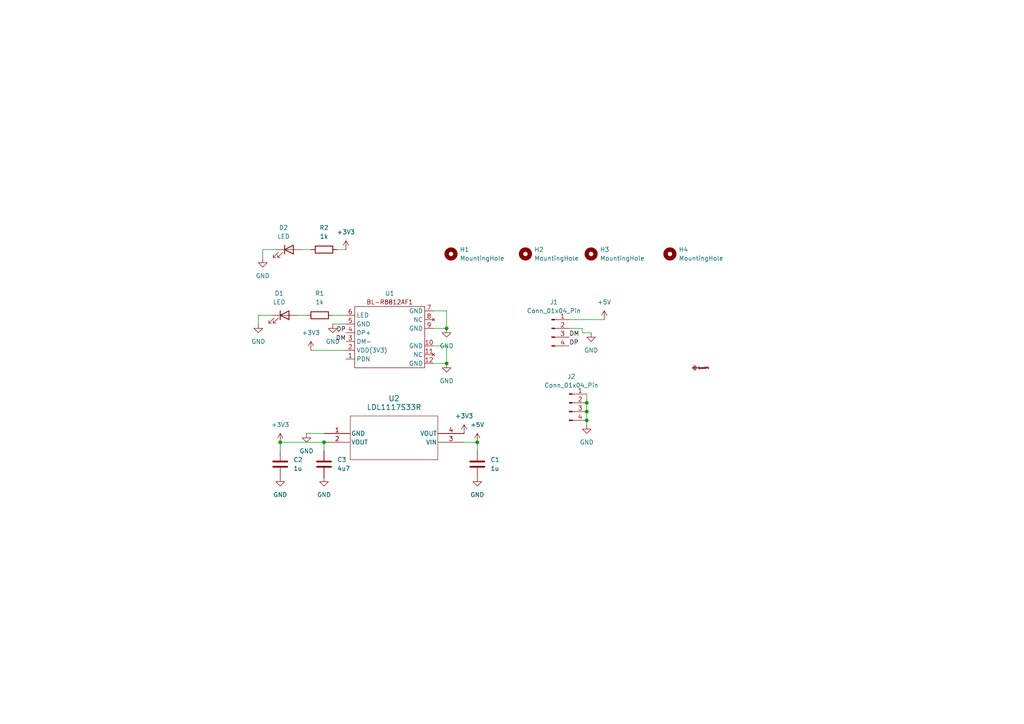
<source format=kicad_sch>
(kicad_sch
	(version 20231120)
	(generator "eeschema")
	(generator_version "8.0")
	(uuid "c057cc8c-548b-41de-9d56-f0f58ef7ad1f")
	(paper "A4")
	(lib_symbols
		(symbol "Connector:Conn_01x04_Pin"
			(pin_names
				(offset 1.016) hide)
			(exclude_from_sim no)
			(in_bom yes)
			(on_board yes)
			(property "Reference" "J"
				(at 0 5.08 0)
				(effects
					(font
						(size 1.27 1.27)
					)
				)
			)
			(property "Value" "Conn_01x04_Pin"
				(at 0 -7.62 0)
				(effects
					(font
						(size 1.27 1.27)
					)
				)
			)
			(property "Footprint" ""
				(at 0 0 0)
				(effects
					(font
						(size 1.27 1.27)
					)
					(hide yes)
				)
			)
			(property "Datasheet" "~"
				(at 0 0 0)
				(effects
					(font
						(size 1.27 1.27)
					)
					(hide yes)
				)
			)
			(property "Description" "Generic connector, single row, 01x04, script generated"
				(at 0 0 0)
				(effects
					(font
						(size 1.27 1.27)
					)
					(hide yes)
				)
			)
			(property "ki_locked" ""
				(at 0 0 0)
				(effects
					(font
						(size 1.27 1.27)
					)
				)
			)
			(property "ki_keywords" "connector"
				(at 0 0 0)
				(effects
					(font
						(size 1.27 1.27)
					)
					(hide yes)
				)
			)
			(property "ki_fp_filters" "Connector*:*_1x??_*"
				(at 0 0 0)
				(effects
					(font
						(size 1.27 1.27)
					)
					(hide yes)
				)
			)
			(symbol "Conn_01x04_Pin_1_1"
				(polyline
					(pts
						(xy 1.27 -5.08) (xy 0.8636 -5.08)
					)
					(stroke
						(width 0.1524)
						(type default)
					)
					(fill
						(type none)
					)
				)
				(polyline
					(pts
						(xy 1.27 -2.54) (xy 0.8636 -2.54)
					)
					(stroke
						(width 0.1524)
						(type default)
					)
					(fill
						(type none)
					)
				)
				(polyline
					(pts
						(xy 1.27 0) (xy 0.8636 0)
					)
					(stroke
						(width 0.1524)
						(type default)
					)
					(fill
						(type none)
					)
				)
				(polyline
					(pts
						(xy 1.27 2.54) (xy 0.8636 2.54)
					)
					(stroke
						(width 0.1524)
						(type default)
					)
					(fill
						(type none)
					)
				)
				(rectangle
					(start 0.8636 -4.953)
					(end 0 -5.207)
					(stroke
						(width 0.1524)
						(type default)
					)
					(fill
						(type outline)
					)
				)
				(rectangle
					(start 0.8636 -2.413)
					(end 0 -2.667)
					(stroke
						(width 0.1524)
						(type default)
					)
					(fill
						(type outline)
					)
				)
				(rectangle
					(start 0.8636 0.127)
					(end 0 -0.127)
					(stroke
						(width 0.1524)
						(type default)
					)
					(fill
						(type outline)
					)
				)
				(rectangle
					(start 0.8636 2.667)
					(end 0 2.413)
					(stroke
						(width 0.1524)
						(type default)
					)
					(fill
						(type outline)
					)
				)
				(pin passive line
					(at 5.08 2.54 180)
					(length 3.81)
					(name "Pin_1"
						(effects
							(font
								(size 1.27 1.27)
							)
						)
					)
					(number "1"
						(effects
							(font
								(size 1.27 1.27)
							)
						)
					)
				)
				(pin passive line
					(at 5.08 0 180)
					(length 3.81)
					(name "Pin_2"
						(effects
							(font
								(size 1.27 1.27)
							)
						)
					)
					(number "2"
						(effects
							(font
								(size 1.27 1.27)
							)
						)
					)
				)
				(pin passive line
					(at 5.08 -2.54 180)
					(length 3.81)
					(name "Pin_3"
						(effects
							(font
								(size 1.27 1.27)
							)
						)
					)
					(number "3"
						(effects
							(font
								(size 1.27 1.27)
							)
						)
					)
				)
				(pin passive line
					(at 5.08 -5.08 180)
					(length 3.81)
					(name "Pin_4"
						(effects
							(font
								(size 1.27 1.27)
							)
						)
					)
					(number "4"
						(effects
							(font
								(size 1.27 1.27)
							)
						)
					)
				)
			)
		)
		(symbol "Device:C"
			(pin_numbers hide)
			(pin_names
				(offset 0.254)
			)
			(exclude_from_sim no)
			(in_bom yes)
			(on_board yes)
			(property "Reference" "C"
				(at 0.635 2.54 0)
				(effects
					(font
						(size 1.27 1.27)
					)
					(justify left)
				)
			)
			(property "Value" "C"
				(at 0.635 -2.54 0)
				(effects
					(font
						(size 1.27 1.27)
					)
					(justify left)
				)
			)
			(property "Footprint" ""
				(at 0.9652 -3.81 0)
				(effects
					(font
						(size 1.27 1.27)
					)
					(hide yes)
				)
			)
			(property "Datasheet" "~"
				(at 0 0 0)
				(effects
					(font
						(size 1.27 1.27)
					)
					(hide yes)
				)
			)
			(property "Description" "Unpolarized capacitor"
				(at 0 0 0)
				(effects
					(font
						(size 1.27 1.27)
					)
					(hide yes)
				)
			)
			(property "ki_keywords" "cap capacitor"
				(at 0 0 0)
				(effects
					(font
						(size 1.27 1.27)
					)
					(hide yes)
				)
			)
			(property "ki_fp_filters" "C_*"
				(at 0 0 0)
				(effects
					(font
						(size 1.27 1.27)
					)
					(hide yes)
				)
			)
			(symbol "C_0_1"
				(polyline
					(pts
						(xy -2.032 -0.762) (xy 2.032 -0.762)
					)
					(stroke
						(width 0.508)
						(type default)
					)
					(fill
						(type none)
					)
				)
				(polyline
					(pts
						(xy -2.032 0.762) (xy 2.032 0.762)
					)
					(stroke
						(width 0.508)
						(type default)
					)
					(fill
						(type none)
					)
				)
			)
			(symbol "C_1_1"
				(pin passive line
					(at 0 3.81 270)
					(length 2.794)
					(name "~"
						(effects
							(font
								(size 1.27 1.27)
							)
						)
					)
					(number "1"
						(effects
							(font
								(size 1.27 1.27)
							)
						)
					)
				)
				(pin passive line
					(at 0 -3.81 90)
					(length 2.794)
					(name "~"
						(effects
							(font
								(size 1.27 1.27)
							)
						)
					)
					(number "2"
						(effects
							(font
								(size 1.27 1.27)
							)
						)
					)
				)
			)
		)
		(symbol "Device:LED"
			(pin_numbers hide)
			(pin_names
				(offset 1.016) hide)
			(exclude_from_sim no)
			(in_bom yes)
			(on_board yes)
			(property "Reference" "D"
				(at 0 2.54 0)
				(effects
					(font
						(size 1.27 1.27)
					)
				)
			)
			(property "Value" "LED"
				(at 0 -2.54 0)
				(effects
					(font
						(size 1.27 1.27)
					)
				)
			)
			(property "Footprint" ""
				(at 0 0 0)
				(effects
					(font
						(size 1.27 1.27)
					)
					(hide yes)
				)
			)
			(property "Datasheet" "~"
				(at 0 0 0)
				(effects
					(font
						(size 1.27 1.27)
					)
					(hide yes)
				)
			)
			(property "Description" "Light emitting diode"
				(at 0 0 0)
				(effects
					(font
						(size 1.27 1.27)
					)
					(hide yes)
				)
			)
			(property "ki_keywords" "LED diode"
				(at 0 0 0)
				(effects
					(font
						(size 1.27 1.27)
					)
					(hide yes)
				)
			)
			(property "ki_fp_filters" "LED* LED_SMD:* LED_THT:*"
				(at 0 0 0)
				(effects
					(font
						(size 1.27 1.27)
					)
					(hide yes)
				)
			)
			(symbol "LED_0_1"
				(polyline
					(pts
						(xy -1.27 -1.27) (xy -1.27 1.27)
					)
					(stroke
						(width 0.254)
						(type default)
					)
					(fill
						(type none)
					)
				)
				(polyline
					(pts
						(xy -1.27 0) (xy 1.27 0)
					)
					(stroke
						(width 0)
						(type default)
					)
					(fill
						(type none)
					)
				)
				(polyline
					(pts
						(xy 1.27 -1.27) (xy 1.27 1.27) (xy -1.27 0) (xy 1.27 -1.27)
					)
					(stroke
						(width 0.254)
						(type default)
					)
					(fill
						(type none)
					)
				)
				(polyline
					(pts
						(xy -3.048 -0.762) (xy -4.572 -2.286) (xy -3.81 -2.286) (xy -4.572 -2.286) (xy -4.572 -1.524)
					)
					(stroke
						(width 0)
						(type default)
					)
					(fill
						(type none)
					)
				)
				(polyline
					(pts
						(xy -1.778 -0.762) (xy -3.302 -2.286) (xy -2.54 -2.286) (xy -3.302 -2.286) (xy -3.302 -1.524)
					)
					(stroke
						(width 0)
						(type default)
					)
					(fill
						(type none)
					)
				)
			)
			(symbol "LED_1_1"
				(pin passive line
					(at -3.81 0 0)
					(length 2.54)
					(name "K"
						(effects
							(font
								(size 1.27 1.27)
							)
						)
					)
					(number "1"
						(effects
							(font
								(size 1.27 1.27)
							)
						)
					)
				)
				(pin passive line
					(at 3.81 0 180)
					(length 2.54)
					(name "A"
						(effects
							(font
								(size 1.27 1.27)
							)
						)
					)
					(number "2"
						(effects
							(font
								(size 1.27 1.27)
							)
						)
					)
				)
			)
		)
		(symbol "Device:R"
			(pin_numbers hide)
			(pin_names
				(offset 0)
			)
			(exclude_from_sim no)
			(in_bom yes)
			(on_board yes)
			(property "Reference" "R"
				(at 2.032 0 90)
				(effects
					(font
						(size 1.27 1.27)
					)
				)
			)
			(property "Value" "R"
				(at 0 0 90)
				(effects
					(font
						(size 1.27 1.27)
					)
				)
			)
			(property "Footprint" ""
				(at -1.778 0 90)
				(effects
					(font
						(size 1.27 1.27)
					)
					(hide yes)
				)
			)
			(property "Datasheet" "~"
				(at 0 0 0)
				(effects
					(font
						(size 1.27 1.27)
					)
					(hide yes)
				)
			)
			(property "Description" "Resistor"
				(at 0 0 0)
				(effects
					(font
						(size 1.27 1.27)
					)
					(hide yes)
				)
			)
			(property "ki_keywords" "R res resistor"
				(at 0 0 0)
				(effects
					(font
						(size 1.27 1.27)
					)
					(hide yes)
				)
			)
			(property "ki_fp_filters" "R_*"
				(at 0 0 0)
				(effects
					(font
						(size 1.27 1.27)
					)
					(hide yes)
				)
			)
			(symbol "R_0_1"
				(rectangle
					(start -1.016 -2.54)
					(end 1.016 2.54)
					(stroke
						(width 0.254)
						(type default)
					)
					(fill
						(type none)
					)
				)
			)
			(symbol "R_1_1"
				(pin passive line
					(at 0 3.81 270)
					(length 1.27)
					(name "~"
						(effects
							(font
								(size 1.27 1.27)
							)
						)
					)
					(number "1"
						(effects
							(font
								(size 1.27 1.27)
							)
						)
					)
				)
				(pin passive line
					(at 0 -3.81 90)
					(length 1.27)
					(name "~"
						(effects
							(font
								(size 1.27 1.27)
							)
						)
					)
					(number "2"
						(effects
							(font
								(size 1.27 1.27)
							)
						)
					)
				)
			)
		)
		(symbol "LDL1117S33R:LDL1117S33R"
			(pin_names
				(offset 0.254)
			)
			(exclude_from_sim no)
			(in_bom yes)
			(on_board yes)
			(property "Reference" "U"
				(at 20.32 10.16 0)
				(effects
					(font
						(size 1.524 1.524)
					)
				)
			)
			(property "Value" "LDL1117S33R"
				(at 20.32 7.62 0)
				(effects
					(font
						(size 1.524 1.524)
					)
				)
			)
			(property "Footprint" "SOT223_STM"
				(at 0 0 0)
				(effects
					(font
						(size 1.27 1.27)
						(italic yes)
					)
					(hide yes)
				)
			)
			(property "Datasheet" "LDL1117S33R"
				(at 0 0 0)
				(effects
					(font
						(size 1.27 1.27)
						(italic yes)
					)
					(hide yes)
				)
			)
			(property "Description" ""
				(at 0 0 0)
				(effects
					(font
						(size 1.27 1.27)
					)
					(hide yes)
				)
			)
			(property "ki_locked" ""
				(at 0 0 0)
				(effects
					(font
						(size 1.27 1.27)
					)
				)
			)
			(property "ki_keywords" "LDL1117S33R"
				(at 0 0 0)
				(effects
					(font
						(size 1.27 1.27)
					)
					(hide yes)
				)
			)
			(property "ki_fp_filters" "SOT223_STM SOT223_STM-M SOT223_STM-L"
				(at 0 0 0)
				(effects
					(font
						(size 1.27 1.27)
					)
					(hide yes)
				)
			)
			(symbol "LDL1117S33R_0_1"
				(polyline
					(pts
						(xy 7.62 -7.62) (xy 33.02 -7.62)
					)
					(stroke
						(width 0.127)
						(type default)
					)
					(fill
						(type none)
					)
				)
				(polyline
					(pts
						(xy 7.62 5.08) (xy 7.62 -7.62)
					)
					(stroke
						(width 0.127)
						(type default)
					)
					(fill
						(type none)
					)
				)
				(polyline
					(pts
						(xy 33.02 -7.62) (xy 33.02 5.08)
					)
					(stroke
						(width 0.127)
						(type default)
					)
					(fill
						(type none)
					)
				)
				(polyline
					(pts
						(xy 33.02 5.08) (xy 7.62 5.08)
					)
					(stroke
						(width 0.127)
						(type default)
					)
					(fill
						(type none)
					)
				)
				(pin power_out line
					(at 0 0 0)
					(length 7.62)
					(name "GND"
						(effects
							(font
								(size 1.27 1.27)
							)
						)
					)
					(number "1"
						(effects
							(font
								(size 1.27 1.27)
							)
						)
					)
				)
				(pin output line
					(at 0 -2.54 0)
					(length 7.62)
					(name "VOUT"
						(effects
							(font
								(size 1.27 1.27)
							)
						)
					)
					(number "2"
						(effects
							(font
								(size 1.27 1.27)
							)
						)
					)
				)
				(pin power_in line
					(at 40.64 -2.54 180)
					(length 7.62)
					(name "VIN"
						(effects
							(font
								(size 1.27 1.27)
							)
						)
					)
					(number "3"
						(effects
							(font
								(size 1.27 1.27)
							)
						)
					)
				)
				(pin output line
					(at 40.64 0 180)
					(length 7.62)
					(name "VOUT"
						(effects
							(font
								(size 1.27 1.27)
							)
						)
					)
					(number "4"
						(effects
							(font
								(size 1.27 1.27)
							)
						)
					)
				)
			)
		)
		(symbol "Mechanical:MountingHole"
			(pin_names
				(offset 1.016)
			)
			(exclude_from_sim yes)
			(in_bom no)
			(on_board yes)
			(property "Reference" "H"
				(at 0 5.08 0)
				(effects
					(font
						(size 1.27 1.27)
					)
				)
			)
			(property "Value" "MountingHole"
				(at 0 3.175 0)
				(effects
					(font
						(size 1.27 1.27)
					)
				)
			)
			(property "Footprint" ""
				(at 0 0 0)
				(effects
					(font
						(size 1.27 1.27)
					)
					(hide yes)
				)
			)
			(property "Datasheet" "~"
				(at 0 0 0)
				(effects
					(font
						(size 1.27 1.27)
					)
					(hide yes)
				)
			)
			(property "Description" "Mounting Hole without connection"
				(at 0 0 0)
				(effects
					(font
						(size 1.27 1.27)
					)
					(hide yes)
				)
			)
			(property "ki_keywords" "mounting hole"
				(at 0 0 0)
				(effects
					(font
						(size 1.27 1.27)
					)
					(hide yes)
				)
			)
			(property "ki_fp_filters" "MountingHole*"
				(at 0 0 0)
				(effects
					(font
						(size 1.27 1.27)
					)
					(hide yes)
				)
			)
			(symbol "MountingHole_0_1"
				(circle
					(center 0 0)
					(radius 1.27)
					(stroke
						(width 1.27)
						(type default)
					)
					(fill
						(type none)
					)
				)
			)
		)
		(symbol "OpenIPC logo 5mm:LOGO"
			(pin_names
				(offset 1.016)
			)
			(exclude_from_sim no)
			(in_bom yes)
			(on_board yes)
			(property "Reference" "#G"
				(at 0 0.0875 0)
				(effects
					(font
						(size 1.27 1.27)
					)
					(hide yes)
				)
			)
			(property "Value" "LOGO"
				(at 0 -0.0875 0)
				(effects
					(font
						(size 1.27 1.27)
					)
					(hide yes)
				)
			)
			(property "Footprint" ""
				(at 0 0 0)
				(effects
					(font
						(size 1.27 1.27)
					)
					(hide yes)
				)
			)
			(property "Datasheet" ""
				(at 0 0 0)
				(effects
					(font
						(size 1.27 1.27)
					)
					(hide yes)
				)
			)
			(property "Description" ""
				(at 0 0 0)
				(effects
					(font
						(size 1.27 1.27)
					)
					(hide yes)
				)
			)
			(symbol "LOGO_0_0"
				(polyline
					(pts
						(xy -1.6129 -0.2251) (xy -1.5499 -0.188) (xy -1.5025 -0.1348) (xy -1.4745 -0.0743) (xy -1.4631 -0.0025)
						(xy -1.4729 0.0655) (xy -1.5007 0.1266) (xy -1.5433 0.1779) (xy -1.5972 0.2166) (xy -1.6593 0.2396)
						(xy -1.7263 0.244) (xy -1.7949 0.227) (xy -1.8617 0.1856) (xy -1.8997 0.147) (xy -1.9364 0.0796)
						(xy -1.9485 0) (xy -1.9442 -0.0481) (xy -1.9172 -0.122) (xy -1.8662 -0.1827) (xy -1.7923 -0.2287)
						(xy -1.7544 -0.2409) (xy -1.6836 -0.2435) (xy -1.6129 -0.2251)
					)
					(stroke
						(width 0.01)
						(type default)
					)
					(fill
						(type outline)
					)
				)
				(polyline
					(pts
						(xy -1.6274 -0.6721) (xy -1.5329 -0.6404) (xy -1.4469 -0.5867) (xy -1.4369 -0.5776) (xy -1.424 -0.5508)
						(xy -1.4349 -0.52) (xy -1.4703 -0.4817) (xy -1.4847 -0.4698) (xy -1.5003 -0.4653) (xy -1.521 -0.4742)
						(xy -1.5554 -0.4981) (xy -1.5596 -0.501) (xy -1.6359 -0.5396) (xy -1.7145 -0.5507) (xy -1.7933 -0.5346)
						(xy -1.8701 -0.4912) (xy -1.8782 -0.4851) (xy -1.9061 -0.4662) (xy -1.9215 -0.4585) (xy -1.9252 -0.4604)
						(xy -1.9428 -0.4776) (xy -1.967 -0.5071) (xy -2.004 -0.5557) (xy -1.9712 -0.5843) (xy -1.9554 -0.5964)
						(xy -1.9149 -0.622) (xy -1.8688 -0.6467) (xy -1.8184 -0.6663) (xy -1.7244 -0.681) (xy -1.6274 -0.6721)
					)
					(stroke
						(width 0.01)
						(type default)
					)
					(fill
						(type outline)
					)
				)
				(polyline
					(pts
						(xy -1.4578 0.4943) (xy -1.4497 0.5025) (xy -1.4265 0.5303) (xy -1.4172 0.5496) (xy -1.4207 0.5583)
						(xy -1.4429 0.5811) (xy -1.4801 0.6087) (xy -1.5257 0.6363) (xy -1.5731 0.6594) (xy -1.5843 0.6637)
						(xy -1.6629 0.6799) (xy -1.749 0.678) (xy -1.8343 0.6597) (xy -1.9108 0.6266) (xy -1.9702 0.5804)
						(xy -2.0022 0.5456) (xy -1.9655 0.5021) (xy -1.957 0.4922) (xy -1.9345 0.4681) (xy -1.9224 0.4585)
						(xy -1.9185 0.46) (xy -1.8969 0.4725) (xy -1.8646 0.4936) (xy -1.8614 0.4958) (xy -1.7806 0.5357)
						(xy -1.7001 0.5481) (xy -1.621 0.533) (xy -1.5447 0.4905) (xy -1.4984 0.4555) (xy -1.4578 0.4943)
					)
					(stroke
						(width 0.01)
						(type default)
					)
					(fill
						(type outline)
					)
				)
				(polyline
					(pts
						(xy 0.8198 -0.1348) (xy 0.8199 -0.1142) (xy 0.8219 -0.0467) (xy 0.8278 -0.0016) (xy 0.8392 0.0253)
						(xy 0.8576 0.0383) (xy 0.8847 0.0417) (xy 0.9057 0.038) (xy 0.9246 0.0211) (xy 0.9366 -0.0126)
						(xy 0.943 -0.0668) (xy 0.9449 -0.145) (xy 0.9449 -0.2779) (xy 1.0074 -0.2779) (xy 1.07 -0.2779)
						(xy 1.07 -0.1271) (xy 1.0699 -0.1194) (xy 1.0677 -0.0311) (xy 1.0606 0.034) (xy 1.0477 0.0803)
						(xy 1.0277 0.1117) (xy 0.9997 0.1324) (xy 0.9617 0.1475) (xy 0.9069 0.1492) (xy 0.8565 0.1241)
						(xy 0.8378 0.1103) (xy 0.8234 0.1051) (xy 0.8198 0.1171) (xy 0.8167 0.1276) (xy 0.798 0.1364)
						(xy 0.7573 0.139) (xy 0.6948 0.139) (xy 0.6948 -0.0695) (xy 0.6948 -0.2779) (xy 0.7573 -0.2779)
						(xy 0.8198 -0.2779) (xy 0.8198 -0.1348)
					)
					(stroke
						(width 0.01)
						(type default)
					)
					(fill
						(type outline)
					)
				)
				(polyline
					(pts
						(xy 1.4312 -0.2293) (xy 1.4296 -0.2006) (xy 1.42 -0.1843) (xy 1.3965 -0.1806) (xy 1.3618 -0.1806)
						(xy 1.3618 -0.0079) (xy 1.3619 0.0612) (xy 1.363 0.1108) (xy 1.3659 0.1417) (xy 1.3712 0.1587)
						(xy 1.38 0.1663) (xy 1.393 0.1693) (xy 1.4074 0.1729) (xy 1.4209 0.1882) (xy 1.4243 0.2223) (xy 1.4243 0.271)
						(xy 1.2879 0.275) (xy 1.1516 0.2789) (xy 1.1559 0.2263) (xy 1.1591 0.2015) (xy 1.1698 0.178) (xy 1.1915 0.1693)
						(xy 1.204 0.1665) (xy 1.213 0.1592) (xy 1.2185 0.1428) (xy 1.2214 0.1126) (xy 1.2226 0.0639) (xy 1.2228 -0.0079)
						(xy 1.2228 -0.1806) (xy 1.1881 -0.1806) (xy 1.1676 -0.1829) (xy 1.1559 -0.1964) (xy 1.1533 -0.2293)
						(xy 1.1533 -0.2779) (xy 1.2923 -0.2779) (xy 1.4312 -0.2779) (xy 1.4312 -0.2293)
					)
					(stroke
						(width 0.01)
						(type default)
					)
					(fill
						(type outline)
					)
				)
				(polyline
					(pts
						(xy 1.6535 -0.1806) (xy 1.6535 -0.0834) (xy 1.7446 -0.0834) (xy 1.7776 -0.0823) (xy 1.8354 -0.075)
						(xy 1.8763 -0.0623) (xy 1.8969 -0.0491) (xy 1.9353 -0.0036) (xy 1.9557 0.0557) (xy 1.9566 0.1222)
						(xy 1.9365 0.1896) (xy 1.929 0.2042) (xy 1.906 0.2352) (xy 1.8746 0.2564) (xy 1.83 0.2695) (xy 1.7674 0.2761)
						(xy 1.682 0.2779) (xy 1.5285 0.2779) (xy 1.5285 0.0973) (xy 1.6535 0.0973) (xy 1.6535 0.1668)
						(xy 1.7149 0.1668) (xy 1.7219 0.1667) (xy 1.7732 0.1639) (xy 1.8031 0.1539) (xy 1.8169 0.1328)
						(xy 1.8203 0.0973) (xy 1.8154 0.0575) (xy 1.7983 0.0362) (xy 1.7914 0.0343) (xy 1.7579 0.0296)
						(xy 1.7149 0.0278) (xy 1.6535 0.0278) (xy 1.6535 0.0973) (xy 1.5285 0.0973) (xy 1.5285 0) (xy 1.5285 -0.2779)
						(xy 1.591 -0.2779) (xy 1.6535 -0.2779) (xy 1.6535 -0.1806)
					)
					(stroke
						(width 0.01)
						(type default)
					)
					(fill
						(type outline)
					)
				)
				(polyline
					(pts
						(xy -1.9938 -0.3839) (xy -1.9741 -0.3665) (xy -1.9493 -0.3376) (xy -1.9161 -0.2947) (xy -2.0838 -0.1515)
						(xy -2.1197 -0.1205) (xy -2.1715 -0.0746) (xy -2.2124 -0.0367) (xy -2.2389 -0.0102) (xy -2.2477 0.0018)
						(xy -2.2438 0.0065) (xy -2.2224 0.0272) (xy -2.1855 0.0606) (xy -2.137 0.1035) (xy -2.0805 0.1525)
						(xy -1.9171 0.2932) (xy -1.9537 0.3411) (xy -1.9636 0.3536) (xy -1.987 0.379) (xy -2.0019 0.3891)
						(xy -2.0022 0.389) (xy -2.0172 0.3793) (xy -2.0488 0.3546) (xy -2.0931 0.3182) (xy -2.1464 0.2733)
						(xy -2.2048 0.2233) (xy -2.2647 0.1714) (xy -2.3222 0.1209) (xy -2.3735 0.0751) (xy -2.4148 0.0373)
						(xy -2.4424 0.0107) (xy -2.4524 -0.0013) (xy -2.4515 -0.0031) (xy -2.4357 -0.0197) (xy -2.4027 -0.0507)
						(xy -2.3556 -0.0931) (xy -2.2976 -0.1442) (xy -2.2318 -0.2011) (xy -2.2115 -0.2184) (xy -2.1467 -0.2728)
						(xy -2.0895 -0.3193) (xy -2.0432 -0.3553) (xy -2.0112 -0.3782) (xy -1.9968 -0.3854) (xy -1.9938 -0.3839)
					)
					(stroke
						(width 0.01)
						(type default)
					)
					(fill
						(type outline)
					)
				)
				(polyline
					(pts
						(xy -1.398 -0.3786) (xy -1.3658 -0.3536) (xy -1.3208 -0.3171) (xy -1.267 -0.2723) (xy -1.2079 -0.2225)
						(xy -1.1476 -0.1709) (xy -1.0897 -0.1208) (xy -1.0381 -0.0754) (xy -0.9965 -0.038) (xy -0.9688 -0.0117)
						(xy -0.9587 0.0001) (xy -0.9589 0.0006) (xy -0.9714 0.014) (xy -1.0011 0.0416) (xy -1.0441 0.08)
						(xy -1.0966 0.126) (xy -1.1549 0.1763) (xy -1.2152 0.2278) (xy -1.2736 0.2773) (xy -1.3264 0.3213)
						(xy -1.3699 0.3568) (xy -1.4001 0.3805) (xy -1.4134 0.3891) (xy -1.4176 0.3874) (xy -1.4366 0.3707)
						(xy -1.4619 0.3418) (xy -1.4996 0.2946) (xy -1.3333 0.1518) (xy -1.2986 0.1218) (xy -1.2465 0.0757)
						(xy -1.2048 0.0378) (xy -1.1771 0.0111) (xy -1.1671 -0.0008) (xy -1.1708 -0.006) (xy -1.1918 -0.0269)
						(xy -1.2283 -0.0606) (xy -1.2768 -0.1035) (xy -1.3336 -0.1526) (xy -1.5 -0.2945) (xy -1.4639 -0.3418)
						(xy -1.4546 -0.3535) (xy -1.4304 -0.3789) (xy -1.4142 -0.389) (xy -1.4137 -0.389) (xy -1.398 -0.3786)
					)
					(stroke
						(width 0.01)
						(type default)
					)
					(fill
						(type outline)
					)
				)
				(polyline
					(pts
						(xy -0.4931 -0.2861) (xy -0.4163 -0.2605) (xy -0.3643 -0.225) (xy -0.3231 -0.1703) (xy -0.2994 -0.0973)
						(xy -0.2918 -0.0035) (xy -0.2951 0.0683) (xy -0.3089 0.1335) (xy -0.3359 0.1855) (xy -0.3789 0.2316)
						(xy -0.4087 0.2535) (xy -0.4761 0.2809) (xy -0.5477 0.2859) (xy -0.6178 0.2705) (xy -0.6808 0.2361)
						(xy -0.7309 0.1845) (xy -0.7627 0.1175) (xy -0.7714 0.0798) (xy -0.7768 0.0086) (xy -0.6389 0.0086)
						(xy -0.6346 0.0689) (xy -0.6162 0.1238) (xy -0.5828 0.1562) (xy -0.5339 0.1668) (xy -0.5151 0.1656)
						(xy -0.4706 0.148) (xy -0.4408 0.1084) (xy -0.4242 0.0451) (xy -0.424 0.0431) (xy -0.4219 -0.0147)
						(xy -0.4287 -0.0721) (xy -0.4427 -0.1201) (xy -0.4621 -0.1495) (xy -0.4732 -0.1573) (xy -0.5226 -0.1722)
						(xy -0.5781 -0.1606) (xy -0.5904 -0.1546) (xy -0.6146 -0.1352) (xy -0.6294 -0.1053) (xy -0.6368 -0.0593)
						(xy -0.6389 0.0086) (xy -0.7768 0.0086) (xy -0.7783 -0.0111) (xy -0.7663 -0.0967) (xy -0.7369 -0.1719)
						(xy -0.6919 -0.2321) (xy -0.6329 -0.2722) (xy -0.5714 -0.2886) (xy -0.4931 -0.2861)
					)
					(stroke
						(width 0.01)
						(type default)
					)
					(fill
						(type outline)
					)
				)
				(polyline
					(pts
						(xy 2.3156 -0.282) (xy 2.3816 -0.255) (xy 2.432 -0.2117) (xy 2.4441 -0.1955) (xy 2.4572 -0.1657)
						(xy 2.4469 -0.1429) (xy 2.4117 -0.1195) (xy 2.3639 -0.0938) (xy 2.3305 -0.1326) (xy 2.3153 -0.1474)
						(xy 2.2697 -0.1696) (xy 2.2212 -0.1676) (xy 2.1773 -0.1408) (xy 2.1756 -0.1391) (xy 2.1606 -0.1196)
						(xy 2.1519 -0.0946) (xy 2.1478 -0.0567) (xy 2.1468 0.0017) (xy 2.1469 0.0239) (xy 2.1484 0.0731)
						(xy 2.1533 0.1041) (xy 2.1631 0.1241) (xy 2.1796 0.1402) (xy 2.1977 0.1523) (xy 2.2464 0.1665)
						(xy 2.2943 0.1595) (xy 2.3322 0.1317) (xy 2.3412 0.1204) (xy 2.3579 0.1055) (xy 2.3769 0.106)
						(xy 2.4096 0.1203) (xy 2.439 0.1366) (xy 2.4562 0.1575) (xy 2.4497 0.1833) (xy 2.4203 0.2197)
						(xy 2.4024 0.2363) (xy 2.3406 0.2709) (xy 2.2685 0.286) (xy 2.1941 0.2809) (xy 2.1253 0.2545)
						(xy 2.1068 0.2419) (xy 2.0599 0.1905) (xy 2.0282 0.1244) (xy 2.0115 0.049) (xy 2.0095 -0.0301)
						(xy 2.0221 -0.1073) (xy 2.0491 -0.177) (xy 2.0901 -0.2337) (xy 2.1451 -0.2718) (xy 2.1696 -0.2807)
						(xy 2.2422 -0.2912) (xy 2.3156 -0.282)
					)
					(stroke
						(width 0.01)
						(type default)
					)
					(fill
						(type outline)
					)
				)
				(polyline
					(pts
						(xy 0.4929 -0.2869) (xy 0.5561 -0.2658) (xy 0.5732 -0.2559) (xy 0.6016 -0.2303) (xy 0.6045 -0.2027)
						(xy 0.5831 -0.1683) (xy 0.5631 -0.1469) (xy 0.5481 -0.1443) (xy 0.5276 -0.1602) (xy 0.4978 -0.1776)
						(xy 0.4567 -0.1842) (xy 0.417 -0.1775) (xy 0.3871 -0.1592) (xy 0.3752 -0.1308) (xy 0.379 -0.1237)
						(xy 0.399 -0.1162) (xy 0.4393 -0.1113) (xy 0.5037 -0.1082) (xy 0.6323 -0.1042) (xy 0.6284 -0.0436)
						(xy 0.6139 0.0323) (xy 0.5799 0.0912) (xy 0.5269 0.1299) (xy 0.4549 0.1484) (xy 0.3903 0.144)
						(xy 0.3248 0.1154) (xy 0.272 0.065) (xy 0.2706 0.0631) (xy 0.2541 0.0317) (xy 0.2456 -0.0088)
						(xy 0.2453 -0.0158) (xy 0.3777 -0.0158) (xy 0.3777 0.0032) (xy 0.3882 0.026) (xy 0.4217 0.048)
						(xy 0.4364 0.0526) (xy 0.4617 0.053) (xy 0.4808 0.0353) (xy 0.4926 0.0154) (xy 0.5003 -0.0096)
						(xy 0.4995 -0.0134) (xy 0.481 -0.0242) (xy 0.4368 -0.0278) (xy 0.4198 -0.0276) (xy 0.3895 -0.0249)
						(xy 0.3777 -0.0158) (xy 0.2453 -0.0158) (xy 0.2432 -0.0676) (xy 0.2457 -0.1211) (xy 0.26 -0.1815)
						(xy 0.2896 -0.2271) (xy 0.3378 -0.2646) (xy 0.3592 -0.2753) (xy 0.4234 -0.29) (xy 0.4929 -0.2869)
					)
					(stroke
						(width 0.01)
						(type default)
					)
					(fill
						(type outline)
					)
				)
				(polyline
					(pts
						(xy -0.1493 -0.442) (xy -0.0903 -0.4377) (xy -0.0862 -0.3436) (xy -0.0849 -0.3162) (xy -0.0821 -0.2786)
						(xy -0.0772 -0.2616) (xy -0.0678 -0.2605) (xy -0.0518 -0.2706) (xy -0.0263 -0.2838) (xy 0.0271 -0.291)
						(xy 0.0814 -0.2778) (xy 0.1287 -0.2469) (xy 0.1609 -0.201) (xy 0.1655 -0.1883) (xy 0.1769 -0.1294)
						(xy 0.1799 -0.0597) (xy 0.1746 0.0082) (xy 0.1609 0.0621) (xy 0.1599 0.0646) (xy 0.1273 0.1087)
						(xy 0.0797 0.1406) (xy 0.0278 0.1529) (xy -0.0045 0.1467) (xy -0.0423 0.1317) (xy -0.044 0.1308)
						(xy -0.0729 0.12) (xy -0.0833 0.1255) (xy -0.0851 0.1294) (xy -0.1067 0.1361) (xy -0.1493 0.1362)
						(xy -0.1714 0.1342) (xy -0.2015 0.1284) (xy -0.2119 0.1216) (xy -0.2117 0.1205) (xy -0.2106 0.0995)
						(xy -0.2097 0.0558) (xy -0.209 -0.0062) (xy -0.2086 -0.0686) (xy -0.0833 -0.0686) (xy -0.0832 -0.0514)
						(xy -0.0807 -0.0046) (xy -0.0738 0.0217) (xy -0.0613 0.0333) (xy -0.053 0.0361) (xy -0.0047 0.0399)
						(xy 0.0338 0.0199) (xy 0.0383 0.0142) (xy 0.0506 -0.0204) (xy 0.0555 -0.0674) (xy 0.0525 -0.1157)
						(xy 0.0412 -0.1537) (xy 0.0242 -0.1687) (xy -0.0104 -0.1799) (xy -0.0476 -0.1814) (xy -0.0741 -0.1714)
						(xy -0.0787 -0.1543) (xy -0.082 -0.1173) (xy -0.0833 -0.0686) (xy -0.2086 -0.0686) (xy -0.2085 -0.0821)
						(xy -0.2084 -0.1675) (xy -0.2084 -0.4462) (xy -0.1493 -0.442)
					)
					(stroke
						(width 0.01)
						(type default)
					)
					(fill
						(type outline)
					)
				)
			)
		)
		(symbol "Własne części:BL-R8812AF1"
			(exclude_from_sim no)
			(in_bom yes)
			(on_board yes)
			(property "Reference" "U"
				(at 0 11.938 0)
				(effects
					(font
						(size 1.27 1.27)
					)
				)
			)
			(property "Value" ""
				(at 0 0 0)
				(effects
					(font
						(size 1.27 1.27)
					)
				)
			)
			(property "Footprint" ""
				(at 0 0 0)
				(effects
					(font
						(size 1.27 1.27)
					)
					(hide yes)
				)
			)
			(property "Datasheet" ""
				(at 0 0 0)
				(effects
					(font
						(size 1.27 1.27)
					)
					(hide yes)
				)
			)
			(property "Description" ""
				(at 0 0 0)
				(effects
					(font
						(size 1.27 1.27)
					)
					(hide yes)
				)
			)
			(symbol "BL-R8812AF1_0_1"
				(rectangle
					(start -10.16 8.89)
					(end 10.16 -8.89)
					(stroke
						(width 0)
						(type default)
					)
					(fill
						(type none)
					)
				)
			)
			(symbol "BL-R8812AF1_1_1"
				(text "BL-R8812AF1"
					(at 0 10.16 0)
					(effects
						(font
							(size 1.27 1.27)
						)
					)
				)
				(pin input line
					(at -12.7 -6.35 0)
					(length 2.54)
					(name "PDN"
						(effects
							(font
								(size 1.27 1.27)
							)
						)
					)
					(number "1"
						(effects
							(font
								(size 1.27 1.27)
							)
						)
					)
				)
				(pin power_in line
					(at 12.7 -2.54 180)
					(length 2.54)
					(name "GND"
						(effects
							(font
								(size 1.27 1.27)
							)
						)
					)
					(number "10"
						(effects
							(font
								(size 1.27 1.27)
							)
						)
					)
				)
				(pin no_connect line
					(at 12.7 -5.08 180)
					(length 2.54)
					(name "NC"
						(effects
							(font
								(size 1.27 1.27)
							)
						)
					)
					(number "11"
						(effects
							(font
								(size 1.27 1.27)
							)
						)
					)
				)
				(pin power_in line
					(at 12.7 -7.62 180)
					(length 2.54)
					(name "GND"
						(effects
							(font
								(size 1.27 1.27)
							)
						)
					)
					(number "12"
						(effects
							(font
								(size 1.27 1.27)
							)
						)
					)
				)
				(pin input line
					(at -12.7 -3.81 0)
					(length 2.54)
					(name "VDD(3V3)"
						(effects
							(font
								(size 1.27 1.27)
							)
						)
					)
					(number "2"
						(effects
							(font
								(size 1.27 1.27)
							)
						)
					)
				)
				(pin bidirectional line
					(at -12.7 -1.27 0)
					(length 2.54)
					(name "DM-"
						(effects
							(font
								(size 1.27 1.27)
							)
						)
					)
					(number "3"
						(effects
							(font
								(size 1.27 1.27)
							)
						)
					)
				)
				(pin bidirectional line
					(at -12.7 1.27 0)
					(length 2.54)
					(name "DP+"
						(effects
							(font
								(size 1.27 1.27)
							)
						)
					)
					(number "4"
						(effects
							(font
								(size 1.27 1.27)
							)
						)
					)
				)
				(pin power_in line
					(at -12.7 3.81 0)
					(length 2.54)
					(name "GND"
						(effects
							(font
								(size 1.27 1.27)
							)
						)
					)
					(number "5"
						(effects
							(font
								(size 1.27 1.27)
							)
						)
					)
				)
				(pin output line
					(at -12.7 6.35 0)
					(length 2.54)
					(name "LED"
						(effects
							(font
								(size 1.27 1.27)
							)
						)
					)
					(number "6"
						(effects
							(font
								(size 1.27 1.27)
							)
						)
					)
				)
				(pin power_in line
					(at 12.7 7.62 180)
					(length 2.54)
					(name "GND"
						(effects
							(font
								(size 1.27 1.27)
							)
						)
					)
					(number "7"
						(effects
							(font
								(size 1.27 1.27)
							)
						)
					)
				)
				(pin no_connect line
					(at 12.7 5.08 180)
					(length 2.54)
					(name "NC"
						(effects
							(font
								(size 1.27 1.27)
							)
						)
					)
					(number "8"
						(effects
							(font
								(size 1.27 1.27)
							)
						)
					)
				)
				(pin power_in line
					(at 12.7 2.54 180)
					(length 2.54)
					(name "GND"
						(effects
							(font
								(size 1.27 1.27)
							)
						)
					)
					(number "9"
						(effects
							(font
								(size 1.27 1.27)
							)
						)
					)
				)
			)
		)
		(symbol "power:+3V3"
			(power)
			(pin_numbers hide)
			(pin_names
				(offset 0) hide)
			(exclude_from_sim no)
			(in_bom yes)
			(on_board yes)
			(property "Reference" "#PWR"
				(at 0 -3.81 0)
				(effects
					(font
						(size 1.27 1.27)
					)
					(hide yes)
				)
			)
			(property "Value" "+3V3"
				(at 0 3.556 0)
				(effects
					(font
						(size 1.27 1.27)
					)
				)
			)
			(property "Footprint" ""
				(at 0 0 0)
				(effects
					(font
						(size 1.27 1.27)
					)
					(hide yes)
				)
			)
			(property "Datasheet" ""
				(at 0 0 0)
				(effects
					(font
						(size 1.27 1.27)
					)
					(hide yes)
				)
			)
			(property "Description" "Power symbol creates a global label with name \"+3V3\""
				(at 0 0 0)
				(effects
					(font
						(size 1.27 1.27)
					)
					(hide yes)
				)
			)
			(property "ki_keywords" "global power"
				(at 0 0 0)
				(effects
					(font
						(size 1.27 1.27)
					)
					(hide yes)
				)
			)
			(symbol "+3V3_0_1"
				(polyline
					(pts
						(xy -0.762 1.27) (xy 0 2.54)
					)
					(stroke
						(width 0)
						(type default)
					)
					(fill
						(type none)
					)
				)
				(polyline
					(pts
						(xy 0 0) (xy 0 2.54)
					)
					(stroke
						(width 0)
						(type default)
					)
					(fill
						(type none)
					)
				)
				(polyline
					(pts
						(xy 0 2.54) (xy 0.762 1.27)
					)
					(stroke
						(width 0)
						(type default)
					)
					(fill
						(type none)
					)
				)
			)
			(symbol "+3V3_1_1"
				(pin power_in line
					(at 0 0 90)
					(length 0)
					(name "~"
						(effects
							(font
								(size 1.27 1.27)
							)
						)
					)
					(number "1"
						(effects
							(font
								(size 1.27 1.27)
							)
						)
					)
				)
			)
		)
		(symbol "power:+5V"
			(power)
			(pin_numbers hide)
			(pin_names
				(offset 0) hide)
			(exclude_from_sim no)
			(in_bom yes)
			(on_board yes)
			(property "Reference" "#PWR"
				(at 0 -3.81 0)
				(effects
					(font
						(size 1.27 1.27)
					)
					(hide yes)
				)
			)
			(property "Value" "+5V"
				(at 0 3.556 0)
				(effects
					(font
						(size 1.27 1.27)
					)
				)
			)
			(property "Footprint" ""
				(at 0 0 0)
				(effects
					(font
						(size 1.27 1.27)
					)
					(hide yes)
				)
			)
			(property "Datasheet" ""
				(at 0 0 0)
				(effects
					(font
						(size 1.27 1.27)
					)
					(hide yes)
				)
			)
			(property "Description" "Power symbol creates a global label with name \"+5V\""
				(at 0 0 0)
				(effects
					(font
						(size 1.27 1.27)
					)
					(hide yes)
				)
			)
			(property "ki_keywords" "global power"
				(at 0 0 0)
				(effects
					(font
						(size 1.27 1.27)
					)
					(hide yes)
				)
			)
			(symbol "+5V_0_1"
				(polyline
					(pts
						(xy -0.762 1.27) (xy 0 2.54)
					)
					(stroke
						(width 0)
						(type default)
					)
					(fill
						(type none)
					)
				)
				(polyline
					(pts
						(xy 0 0) (xy 0 2.54)
					)
					(stroke
						(width 0)
						(type default)
					)
					(fill
						(type none)
					)
				)
				(polyline
					(pts
						(xy 0 2.54) (xy 0.762 1.27)
					)
					(stroke
						(width 0)
						(type default)
					)
					(fill
						(type none)
					)
				)
			)
			(symbol "+5V_1_1"
				(pin power_in line
					(at 0 0 90)
					(length 0)
					(name "~"
						(effects
							(font
								(size 1.27 1.27)
							)
						)
					)
					(number "1"
						(effects
							(font
								(size 1.27 1.27)
							)
						)
					)
				)
			)
		)
		(symbol "power:GND"
			(power)
			(pin_numbers hide)
			(pin_names
				(offset 0) hide)
			(exclude_from_sim no)
			(in_bom yes)
			(on_board yes)
			(property "Reference" "#PWR"
				(at 0 -6.35 0)
				(effects
					(font
						(size 1.27 1.27)
					)
					(hide yes)
				)
			)
			(property "Value" "GND"
				(at 0 -3.81 0)
				(effects
					(font
						(size 1.27 1.27)
					)
				)
			)
			(property "Footprint" ""
				(at 0 0 0)
				(effects
					(font
						(size 1.27 1.27)
					)
					(hide yes)
				)
			)
			(property "Datasheet" ""
				(at 0 0 0)
				(effects
					(font
						(size 1.27 1.27)
					)
					(hide yes)
				)
			)
			(property "Description" "Power symbol creates a global label with name \"GND\" , ground"
				(at 0 0 0)
				(effects
					(font
						(size 1.27 1.27)
					)
					(hide yes)
				)
			)
			(property "ki_keywords" "global power"
				(at 0 0 0)
				(effects
					(font
						(size 1.27 1.27)
					)
					(hide yes)
				)
			)
			(symbol "GND_0_1"
				(polyline
					(pts
						(xy 0 0) (xy 0 -1.27) (xy 1.27 -1.27) (xy 0 -2.54) (xy -1.27 -1.27) (xy 0 -1.27)
					)
					(stroke
						(width 0)
						(type default)
					)
					(fill
						(type none)
					)
				)
			)
			(symbol "GND_1_1"
				(pin power_in line
					(at 0 0 270)
					(length 0)
					(name "~"
						(effects
							(font
								(size 1.27 1.27)
							)
						)
					)
					(number "1"
						(effects
							(font
								(size 1.27 1.27)
							)
						)
					)
				)
			)
		)
	)
	(junction
		(at 170.18 116.84)
		(diameter 0)
		(color 0 0 0 0)
		(uuid "0687c612-3e01-4a8d-9e7a-7f946f5f7d24")
	)
	(junction
		(at 93.98 128.27)
		(diameter 0)
		(color 0 0 0 0)
		(uuid "2331a4c6-7dee-4a58-b972-76cbcb650a20")
	)
	(junction
		(at 170.18 119.38)
		(diameter 0)
		(color 0 0 0 0)
		(uuid "3ae4092a-c1ec-435f-be9a-e7db0702be4c")
	)
	(junction
		(at 170.18 121.92)
		(diameter 0)
		(color 0 0 0 0)
		(uuid "7a8aafb3-a666-4eb6-93f9-e4644c81222d")
	)
	(junction
		(at 129.54 105.41)
		(diameter 0)
		(color 0 0 0 0)
		(uuid "a32088a5-bae8-450d-b8bc-06f8b8bbc98d")
	)
	(junction
		(at 129.54 95.25)
		(diameter 0)
		(color 0 0 0 0)
		(uuid "d0a2d799-a988-48ca-a308-41a1b1ebaf6a")
	)
	(junction
		(at 138.43 128.27)
		(diameter 0)
		(color 0 0 0 0)
		(uuid "f7707455-c427-4282-a829-6cf968d94fb5")
	)
	(junction
		(at 81.28 128.27)
		(diameter 0)
		(color 0 0 0 0)
		(uuid "fa728fd2-3312-49ff-8fea-9f6a051aee1a")
	)
	(wire
		(pts
			(xy 93.98 128.27) (xy 93.98 130.81)
		)
		(stroke
			(width 0)
			(type default)
		)
		(uuid "165bc9d7-77cd-4e4c-9119-e67a958470c4")
	)
	(wire
		(pts
			(xy 138.43 130.81) (xy 138.43 128.27)
		)
		(stroke
			(width 0)
			(type default)
		)
		(uuid "16dcf3e4-0d20-4b62-9af1-f5cad13e1e09")
	)
	(wire
		(pts
			(xy 96.52 91.44) (xy 100.33 91.44)
		)
		(stroke
			(width 0)
			(type default)
		)
		(uuid "179f916c-7548-4d36-a7ab-37ae1d7c699d")
	)
	(wire
		(pts
			(xy 165.1 92.71) (xy 175.26 92.71)
		)
		(stroke
			(width 0)
			(type default)
		)
		(uuid "1810cc4a-3dc8-49f7-966c-23bd151a2624")
	)
	(wire
		(pts
			(xy 81.28 128.27) (xy 93.98 128.27)
		)
		(stroke
			(width 0)
			(type default)
		)
		(uuid "189c2650-3ba6-4a09-b70d-5007e0d11821")
	)
	(wire
		(pts
			(xy 168.91 95.25) (xy 168.91 96.52)
		)
		(stroke
			(width 0)
			(type default)
		)
		(uuid "3b0c3134-e1cb-4df0-9423-d592f251c912")
	)
	(wire
		(pts
			(xy 129.54 100.33) (xy 129.54 105.41)
		)
		(stroke
			(width 0)
			(type default)
		)
		(uuid "41122123-b1de-47ad-b085-a53766c856f4")
	)
	(wire
		(pts
			(xy 100.33 72.39) (xy 97.79 72.39)
		)
		(stroke
			(width 0)
			(type default)
		)
		(uuid "5246ff4e-b2f6-4c29-8ecf-ae7a91d858c5")
	)
	(wire
		(pts
			(xy 168.91 96.52) (xy 171.45 96.52)
		)
		(stroke
			(width 0)
			(type default)
		)
		(uuid "57027205-b586-46be-a8d6-2cf4c5eaab8f")
	)
	(wire
		(pts
			(xy 125.73 100.33) (xy 129.54 100.33)
		)
		(stroke
			(width 0)
			(type default)
		)
		(uuid "591fcead-fbf5-4466-afc6-0da9a98b0897")
	)
	(wire
		(pts
			(xy 76.2 72.39) (xy 80.01 72.39)
		)
		(stroke
			(width 0)
			(type default)
		)
		(uuid "59338915-3cb0-43cd-b4fb-36f8ba9a916b")
	)
	(wire
		(pts
			(xy 170.18 114.3) (xy 170.18 116.84)
		)
		(stroke
			(width 0)
			(type default)
		)
		(uuid "5b99a932-d629-42fe-bfc8-c399b935347b")
	)
	(wire
		(pts
			(xy 74.93 93.98) (xy 74.93 91.44)
		)
		(stroke
			(width 0)
			(type default)
		)
		(uuid "675fcec7-be26-4e3e-b9ef-ba8e29f8654d")
	)
	(wire
		(pts
			(xy 125.73 105.41) (xy 129.54 105.41)
		)
		(stroke
			(width 0)
			(type default)
		)
		(uuid "7e9b564b-f8b6-4aaa-af5d-b0ee9e781f9d")
	)
	(wire
		(pts
			(xy 165.1 95.25) (xy 168.91 95.25)
		)
		(stroke
			(width 0)
			(type default)
		)
		(uuid "813c0597-5dae-4ad8-8e10-a41798663d92")
	)
	(wire
		(pts
			(xy 170.18 121.92) (xy 170.18 123.19)
		)
		(stroke
			(width 0)
			(type default)
		)
		(uuid "844ae76c-f680-4506-b0ba-a21489ad82ad")
	)
	(wire
		(pts
			(xy 125.73 90.17) (xy 129.54 90.17)
		)
		(stroke
			(width 0)
			(type default)
		)
		(uuid "844f6125-262c-4716-a3ad-2cea2606fa64")
	)
	(wire
		(pts
			(xy 87.63 72.39) (xy 90.17 72.39)
		)
		(stroke
			(width 0)
			(type default)
		)
		(uuid "8958b2c8-4bd7-48f9-9e68-3638470800d6")
	)
	(wire
		(pts
			(xy 90.17 101.6) (xy 100.33 101.6)
		)
		(stroke
			(width 0)
			(type default)
		)
		(uuid "913c05c7-d1db-424e-9d9b-5ab1d21bcffb")
	)
	(wire
		(pts
			(xy 129.54 90.17) (xy 129.54 95.25)
		)
		(stroke
			(width 0)
			(type default)
		)
		(uuid "9df20b49-c75e-4b30-947a-f2067c17a273")
	)
	(wire
		(pts
			(xy 170.18 119.38) (xy 170.18 121.92)
		)
		(stroke
			(width 0)
			(type default)
		)
		(uuid "a6742864-7ae1-4c8a-8754-c3c7a2ab6789")
	)
	(wire
		(pts
			(xy 96.52 93.98) (xy 100.33 93.98)
		)
		(stroke
			(width 0)
			(type default)
		)
		(uuid "aa5f0a14-db9f-46e6-b052-7a02cfbddd9c")
	)
	(wire
		(pts
			(xy 76.2 74.93) (xy 76.2 72.39)
		)
		(stroke
			(width 0)
			(type default)
		)
		(uuid "abe79a3e-91e8-4f2c-bdca-46de993b7ad4")
	)
	(wire
		(pts
			(xy 125.73 95.25) (xy 129.54 95.25)
		)
		(stroke
			(width 0)
			(type default)
		)
		(uuid "ad3af165-9279-4968-82c0-cd7d398bc216")
	)
	(wire
		(pts
			(xy 134.62 128.27) (xy 138.43 128.27)
		)
		(stroke
			(width 0)
			(type default)
		)
		(uuid "b0116b45-dc41-4d09-b110-98c4dc4b4cb6")
	)
	(wire
		(pts
			(xy 170.18 116.84) (xy 170.18 119.38)
		)
		(stroke
			(width 0)
			(type default)
		)
		(uuid "c48fb93f-49e0-42c6-baeb-6fbf04663d63")
	)
	(wire
		(pts
			(xy 86.36 91.44) (xy 88.9 91.44)
		)
		(stroke
			(width 0)
			(type default)
		)
		(uuid "c5e3ca55-1aa6-4dfd-bc88-34eaa85e089a")
	)
	(wire
		(pts
			(xy 88.9 125.73) (xy 93.98 125.73)
		)
		(stroke
			(width 0)
			(type default)
		)
		(uuid "d0eed179-506f-4280-ac71-36addfacf077")
	)
	(wire
		(pts
			(xy 74.93 91.44) (xy 78.74 91.44)
		)
		(stroke
			(width 0)
			(type default)
		)
		(uuid "d7850699-9f1e-4dc7-80fc-aaac9c16c5a8")
	)
	(wire
		(pts
			(xy 81.28 130.81) (xy 81.28 128.27)
		)
		(stroke
			(width 0)
			(type default)
		)
		(uuid "fe5cae30-2e0a-478b-ba43-34b2e41f7515")
	)
	(label "DP"
		(at 165.1 100.33 0)
		(fields_autoplaced yes)
		(effects
			(font
				(size 1.27 1.27)
			)
			(justify left bottom)
		)
		(uuid "5fa7f18f-ae86-4f66-b84b-b4388f1c17e7")
	)
	(label "DM"
		(at 100.33 99.06 180)
		(fields_autoplaced yes)
		(effects
			(font
				(size 1.27 1.27)
			)
			(justify right bottom)
		)
		(uuid "6229c156-e1fd-415b-b298-f572af1b3dbd")
	)
	(label "DM"
		(at 165.1 97.79 0)
		(fields_autoplaced yes)
		(effects
			(font
				(size 1.27 1.27)
			)
			(justify left bottom)
		)
		(uuid "bf0bceb0-b940-4cd6-87ae-e5aa684f4fea")
	)
	(label "DP"
		(at 100.33 96.52 180)
		(fields_autoplaced yes)
		(effects
			(font
				(size 1.27 1.27)
			)
			(justify right bottom)
		)
		(uuid "f9fa1c90-4fe1-4c3d-86bf-5aa2b552e852")
	)
	(symbol
		(lib_id "power:GND")
		(at 74.93 93.98 0)
		(unit 1)
		(exclude_from_sim no)
		(in_bom yes)
		(on_board yes)
		(dnp no)
		(fields_autoplaced yes)
		(uuid "0a85b28c-b9f1-46b3-bdfd-021ceea7d142")
		(property "Reference" "#PWR08"
			(at 74.93 100.33 0)
			(effects
				(font
					(size 1.27 1.27)
				)
				(hide yes)
			)
		)
		(property "Value" "GND"
			(at 74.93 99.06 0)
			(effects
				(font
					(size 1.27 1.27)
				)
			)
		)
		(property "Footprint" ""
			(at 74.93 93.98 0)
			(effects
				(font
					(size 1.27 1.27)
				)
				(hide yes)
			)
		)
		(property "Datasheet" ""
			(at 74.93 93.98 0)
			(effects
				(font
					(size 1.27 1.27)
				)
				(hide yes)
			)
		)
		(property "Description" "Power symbol creates a global label with name \"GND\" , ground"
			(at 74.93 93.98 0)
			(effects
				(font
					(size 1.27 1.27)
				)
				(hide yes)
			)
		)
		(pin "1"
			(uuid "fbfd7c8d-9289-407a-b2d6-5ebbc2ddae70")
		)
		(instances
			(project "BL-R8812AF1 mount"
				(path "/c057cc8c-548b-41de-9d56-f0f58ef7ad1f"
					(reference "#PWR08")
					(unit 1)
				)
			)
		)
	)
	(symbol
		(lib_id "Device:C")
		(at 81.28 134.62 0)
		(unit 1)
		(exclude_from_sim no)
		(in_bom yes)
		(on_board yes)
		(dnp no)
		(fields_autoplaced yes)
		(uuid "11709ea1-02e5-4053-bf28-6e5cbaf5cbf6")
		(property "Reference" "C2"
			(at 85.09 133.3499 0)
			(effects
				(font
					(size 1.27 1.27)
				)
				(justify left)
			)
		)
		(property "Value" "1u"
			(at 85.09 135.8899 0)
			(effects
				(font
					(size 1.27 1.27)
				)
				(justify left)
			)
		)
		(property "Footprint" "Capacitor_SMD:C_0603_1608Metric_Pad1.08x0.95mm_HandSolder"
			(at 82.2452 138.43 0)
			(effects
				(font
					(size 1.27 1.27)
				)
				(hide yes)
			)
		)
		(property "Datasheet" "~"
			(at 81.28 134.62 0)
			(effects
				(font
					(size 1.27 1.27)
				)
				(hide yes)
			)
		)
		(property "Description" "Unpolarized capacitor"
			(at 81.28 134.62 0)
			(effects
				(font
					(size 1.27 1.27)
				)
				(hide yes)
			)
		)
		(pin "2"
			(uuid "8e4f006b-63a5-42f8-9bbf-2e1406585f50")
		)
		(pin "1"
			(uuid "842905ef-db13-4d90-a514-ce2beb142fb2")
		)
		(instances
			(project "BL-R8812AF1 mount"
				(path "/c057cc8c-548b-41de-9d56-f0f58ef7ad1f"
					(reference "C2")
					(unit 1)
				)
			)
		)
	)
	(symbol
		(lib_id "power:GND")
		(at 171.45 96.52 0)
		(unit 1)
		(exclude_from_sim no)
		(in_bom yes)
		(on_board yes)
		(dnp no)
		(fields_autoplaced yes)
		(uuid "14e1fcd1-1c5c-4721-8629-a0c2ce9a1b13")
		(property "Reference" "#PWR09"
			(at 171.45 102.87 0)
			(effects
				(font
					(size 1.27 1.27)
				)
				(hide yes)
			)
		)
		(property "Value" "GND"
			(at 171.45 101.6 0)
			(effects
				(font
					(size 1.27 1.27)
				)
			)
		)
		(property "Footprint" ""
			(at 171.45 96.52 0)
			(effects
				(font
					(size 1.27 1.27)
				)
				(hide yes)
			)
		)
		(property "Datasheet" ""
			(at 171.45 96.52 0)
			(effects
				(font
					(size 1.27 1.27)
				)
				(hide yes)
			)
		)
		(property "Description" "Power symbol creates a global label with name \"GND\" , ground"
			(at 171.45 96.52 0)
			(effects
				(font
					(size 1.27 1.27)
				)
				(hide yes)
			)
		)
		(pin "1"
			(uuid "7110fb88-0684-4e21-a1ad-47d577e547d7")
		)
		(instances
			(project "BL-R8812AF1 mount"
				(path "/c057cc8c-548b-41de-9d56-f0f58ef7ad1f"
					(reference "#PWR09")
					(unit 1)
				)
			)
		)
	)
	(symbol
		(lib_id "Mechanical:MountingHole")
		(at 152.4 73.66 0)
		(unit 1)
		(exclude_from_sim yes)
		(in_bom no)
		(on_board yes)
		(dnp no)
		(fields_autoplaced yes)
		(uuid "297201c5-6af2-4aa4-8bf1-aa3afe5ae945")
		(property "Reference" "H2"
			(at 154.94 72.3899 0)
			(effects
				(font
					(size 1.27 1.27)
				)
				(justify left)
			)
		)
		(property "Value" "MountingHole"
			(at 154.94 74.9299 0)
			(effects
				(font
					(size 1.27 1.27)
				)
				(justify left)
			)
		)
		(property "Footprint" "MountingHole:MountingHole_4mm"
			(at 152.4 73.66 0)
			(effects
				(font
					(size 1.27 1.27)
				)
				(hide yes)
			)
		)
		(property "Datasheet" "~"
			(at 152.4 73.66 0)
			(effects
				(font
					(size 1.27 1.27)
				)
				(hide yes)
			)
		)
		(property "Description" "Mounting Hole without connection"
			(at 152.4 73.66 0)
			(effects
				(font
					(size 1.27 1.27)
				)
				(hide yes)
			)
		)
		(instances
			(project ""
				(path "/c057cc8c-548b-41de-9d56-f0f58ef7ad1f"
					(reference "H2")
					(unit 1)
				)
			)
		)
	)
	(symbol
		(lib_id "Connector:Conn_01x04_Pin")
		(at 165.1 116.84 0)
		(unit 1)
		(exclude_from_sim no)
		(in_bom yes)
		(on_board yes)
		(dnp no)
		(uuid "2a6b8acf-9fb6-4db0-ab2d-aeccc50a6b2c")
		(property "Reference" "J2"
			(at 165.735 109.22 0)
			(effects
				(font
					(size 1.27 1.27)
				)
			)
		)
		(property "Value" "Conn_01x04_Pin"
			(at 165.735 111.76 0)
			(effects
				(font
					(size 1.27 1.27)
				)
			)
		)
		(property "Footprint" "Connector_PinHeader_2.54mm:PinHeader_1x04_P2.54mm_Vertical"
			(at 165.1 116.84 0)
			(effects
				(font
					(size 1.27 1.27)
				)
				(hide yes)
			)
		)
		(property "Datasheet" "~"
			(at 165.1 116.84 0)
			(effects
				(font
					(size 1.27 1.27)
				)
				(hide yes)
			)
		)
		(property "Description" "Generic connector, single row, 01x04, script generated"
			(at 165.1 116.84 0)
			(effects
				(font
					(size 1.27 1.27)
				)
				(hide yes)
			)
		)
		(pin "3"
			(uuid "87cec696-a71f-4029-beae-08dd0bbfbc40")
		)
		(pin "4"
			(uuid "8b59bddb-0513-4195-a01e-8711bc54761e")
		)
		(pin "2"
			(uuid "84f30fc6-f593-4c28-852b-d082314fa1c5")
		)
		(pin "1"
			(uuid "1299d72e-5d7e-41dc-b5ad-f3d285854aaf")
		)
		(instances
			(project "BL-R8812AF1 mount"
				(path "/c057cc8c-548b-41de-9d56-f0f58ef7ad1f"
					(reference "J2")
					(unit 1)
				)
			)
		)
	)
	(symbol
		(lib_id "Mechanical:MountingHole")
		(at 194.31 73.66 0)
		(unit 1)
		(exclude_from_sim yes)
		(in_bom no)
		(on_board yes)
		(dnp no)
		(fields_autoplaced yes)
		(uuid "2b1379d7-d572-4ef8-b2ea-a4303966e18a")
		(property "Reference" "H4"
			(at 196.85 72.3899 0)
			(effects
				(font
					(size 1.27 1.27)
				)
				(justify left)
			)
		)
		(property "Value" "MountingHole"
			(at 196.85 74.9299 0)
			(effects
				(font
					(size 1.27 1.27)
				)
				(justify left)
			)
		)
		(property "Footprint" "MountingHole:MountingHole_4mm"
			(at 194.31 73.66 0)
			(effects
				(font
					(size 1.27 1.27)
				)
				(hide yes)
			)
		)
		(property "Datasheet" "~"
			(at 194.31 73.66 0)
			(effects
				(font
					(size 1.27 1.27)
				)
				(hide yes)
			)
		)
		(property "Description" "Mounting Hole without connection"
			(at 194.31 73.66 0)
			(effects
				(font
					(size 1.27 1.27)
				)
				(hide yes)
			)
		)
		(instances
			(project "BL-R8812AF1 mount"
				(path "/c057cc8c-548b-41de-9d56-f0f58ef7ad1f"
					(reference "H4")
					(unit 1)
				)
			)
		)
	)
	(symbol
		(lib_id "Device:LED")
		(at 82.55 91.44 0)
		(unit 1)
		(exclude_from_sim no)
		(in_bom yes)
		(on_board yes)
		(dnp no)
		(fields_autoplaced yes)
		(uuid "454f2c12-8be6-4d87-96f3-1d6e8e8899e6")
		(property "Reference" "D1"
			(at 80.9625 85.09 0)
			(effects
				(font
					(size 1.27 1.27)
				)
			)
		)
		(property "Value" "LED"
			(at 80.9625 87.63 0)
			(effects
				(font
					(size 1.27 1.27)
				)
			)
		)
		(property "Footprint" "LED_SMD:LED_0603_1608Metric_Pad1.05x0.95mm_HandSolder"
			(at 82.55 91.44 0)
			(effects
				(font
					(size 1.27 1.27)
				)
				(hide yes)
			)
		)
		(property "Datasheet" "~"
			(at 82.55 91.44 0)
			(effects
				(font
					(size 1.27 1.27)
				)
				(hide yes)
			)
		)
		(property "Description" "Light emitting diode"
			(at 82.55 91.44 0)
			(effects
				(font
					(size 1.27 1.27)
				)
				(hide yes)
			)
		)
		(pin "2"
			(uuid "50516be5-de00-491f-8567-09763a1ef772")
		)
		(pin "1"
			(uuid "80bc95c2-34db-476c-a03f-4b84d0ad6b32")
		)
		(instances
			(project ""
				(path "/c057cc8c-548b-41de-9d56-f0f58ef7ad1f"
					(reference "D1")
					(unit 1)
				)
			)
		)
	)
	(symbol
		(lib_id "power:GND")
		(at 129.54 95.25 0)
		(unit 1)
		(exclude_from_sim no)
		(in_bom yes)
		(on_board yes)
		(dnp no)
		(fields_autoplaced yes)
		(uuid "45be25ff-4f96-4cf6-b02c-83c381db690f")
		(property "Reference" "#PWR03"
			(at 129.54 101.6 0)
			(effects
				(font
					(size 1.27 1.27)
				)
				(hide yes)
			)
		)
		(property "Value" "GND"
			(at 129.54 100.33 0)
			(effects
				(font
					(size 1.27 1.27)
				)
			)
		)
		(property "Footprint" ""
			(at 129.54 95.25 0)
			(effects
				(font
					(size 1.27 1.27)
				)
				(hide yes)
			)
		)
		(property "Datasheet" ""
			(at 129.54 95.25 0)
			(effects
				(font
					(size 1.27 1.27)
				)
				(hide yes)
			)
		)
		(property "Description" "Power symbol creates a global label with name \"GND\" , ground"
			(at 129.54 95.25 0)
			(effects
				(font
					(size 1.27 1.27)
				)
				(hide yes)
			)
		)
		(pin "1"
			(uuid "37fe10b5-9fb2-40d0-bc8e-07f476c75da2")
		)
		(instances
			(project ""
				(path "/c057cc8c-548b-41de-9d56-f0f58ef7ad1f"
					(reference "#PWR03")
					(unit 1)
				)
			)
		)
	)
	(symbol
		(lib_id "Device:C")
		(at 93.98 134.62 0)
		(unit 1)
		(exclude_from_sim no)
		(in_bom yes)
		(on_board yes)
		(dnp no)
		(fields_autoplaced yes)
		(uuid "4656d2d1-89eb-4c92-9121-56db7a2be14c")
		(property "Reference" "C3"
			(at 97.79 133.3499 0)
			(effects
				(font
					(size 1.27 1.27)
				)
				(justify left)
			)
		)
		(property "Value" "4u7"
			(at 97.79 135.8899 0)
			(effects
				(font
					(size 1.27 1.27)
				)
				(justify left)
			)
		)
		(property "Footprint" "Capacitor_SMD:C_0603_1608Metric_Pad1.08x0.95mm_HandSolder"
			(at 94.9452 138.43 0)
			(effects
				(font
					(size 1.27 1.27)
				)
				(hide yes)
			)
		)
		(property "Datasheet" "~"
			(at 93.98 134.62 0)
			(effects
				(font
					(size 1.27 1.27)
				)
				(hide yes)
			)
		)
		(property "Description" "Unpolarized capacitor"
			(at 93.98 134.62 0)
			(effects
				(font
					(size 1.27 1.27)
				)
				(hide yes)
			)
		)
		(pin "2"
			(uuid "c2a5b4e7-3b61-4cfa-8e4c-6456815aa9ff")
		)
		(pin "1"
			(uuid "b961d93c-6dc0-44c4-b682-21932d4af2ee")
		)
		(instances
			(project "BL-R8812AF1 mount"
				(path "/c057cc8c-548b-41de-9d56-f0f58ef7ad1f"
					(reference "C3")
					(unit 1)
				)
			)
		)
	)
	(symbol
		(lib_id "power:+5V")
		(at 138.43 128.27 0)
		(unit 1)
		(exclude_from_sim no)
		(in_bom yes)
		(on_board yes)
		(dnp no)
		(fields_autoplaced yes)
		(uuid "620167dd-8cca-4aa3-b14c-6e424fc41f2a")
		(property "Reference" "#PWR011"
			(at 138.43 132.08 0)
			(effects
				(font
					(size 1.27 1.27)
				)
				(hide yes)
			)
		)
		(property "Value" "+5V"
			(at 138.43 123.19 0)
			(effects
				(font
					(size 1.27 1.27)
				)
			)
		)
		(property "Footprint" ""
			(at 138.43 128.27 0)
			(effects
				(font
					(size 1.27 1.27)
				)
				(hide yes)
			)
		)
		(property "Datasheet" ""
			(at 138.43 128.27 0)
			(effects
				(font
					(size 1.27 1.27)
				)
				(hide yes)
			)
		)
		(property "Description" "Power symbol creates a global label with name \"+5V\""
			(at 138.43 128.27 0)
			(effects
				(font
					(size 1.27 1.27)
				)
				(hide yes)
			)
		)
		(pin "1"
			(uuid "9d5b6521-bbd3-4eb4-adf5-a428d76f5d52")
		)
		(instances
			(project "BL-R8812AF1 mount"
				(path "/c057cc8c-548b-41de-9d56-f0f58ef7ad1f"
					(reference "#PWR011")
					(unit 1)
				)
			)
		)
	)
	(symbol
		(lib_id "power:GND")
		(at 88.9 125.73 0)
		(unit 1)
		(exclude_from_sim no)
		(in_bom yes)
		(on_board yes)
		(dnp no)
		(fields_autoplaced yes)
		(uuid "652d9e70-9f23-46cd-95ff-d32a16c84c41")
		(property "Reference" "#PWR01"
			(at 88.9 132.08 0)
			(effects
				(font
					(size 1.27 1.27)
				)
				(hide yes)
			)
		)
		(property "Value" "GND"
			(at 88.9 130.81 0)
			(effects
				(font
					(size 1.27 1.27)
				)
			)
		)
		(property "Footprint" ""
			(at 88.9 125.73 0)
			(effects
				(font
					(size 1.27 1.27)
				)
				(hide yes)
			)
		)
		(property "Datasheet" ""
			(at 88.9 125.73 0)
			(effects
				(font
					(size 1.27 1.27)
				)
				(hide yes)
			)
		)
		(property "Description" "Power symbol creates a global label with name \"GND\" , ground"
			(at 88.9 125.73 0)
			(effects
				(font
					(size 1.27 1.27)
				)
				(hide yes)
			)
		)
		(pin "1"
			(uuid "37fe10b5-9fb2-40d0-bc8e-07f476c75da3")
		)
		(instances
			(project ""
				(path "/c057cc8c-548b-41de-9d56-f0f58ef7ad1f"
					(reference "#PWR01")
					(unit 1)
				)
			)
		)
	)
	(symbol
		(lib_id "Device:R")
		(at 93.98 72.39 90)
		(unit 1)
		(exclude_from_sim no)
		(in_bom yes)
		(on_board yes)
		(dnp no)
		(fields_autoplaced yes)
		(uuid "68f7562c-1401-4f85-820f-84f087c817df")
		(property "Reference" "R2"
			(at 93.98 66.04 90)
			(effects
				(font
					(size 1.27 1.27)
				)
			)
		)
		(property "Value" "1k"
			(at 93.98 68.58 90)
			(effects
				(font
					(size 1.27 1.27)
				)
			)
		)
		(property "Footprint" "Resistor_SMD:R_0603_1608Metric_Pad0.98x0.95mm_HandSolder"
			(at 93.98 74.168 90)
			(effects
				(font
					(size 1.27 1.27)
				)
				(hide yes)
			)
		)
		(property "Datasheet" "~"
			(at 93.98 72.39 0)
			(effects
				(font
					(size 1.27 1.27)
				)
				(hide yes)
			)
		)
		(property "Description" "Resistor"
			(at 93.98 72.39 0)
			(effects
				(font
					(size 1.27 1.27)
				)
				(hide yes)
			)
		)
		(pin "1"
			(uuid "9517cc57-3f70-40d8-aade-9c14811f69ac")
		)
		(pin "2"
			(uuid "eec273df-eecc-4bdb-bbcb-b9273f447b72")
		)
		(instances
			(project "BL-R8812AF1 mount"
				(path "/c057cc8c-548b-41de-9d56-f0f58ef7ad1f"
					(reference "R2")
					(unit 1)
				)
			)
		)
	)
	(symbol
		(lib_id "Mechanical:MountingHole")
		(at 171.45 73.66 0)
		(unit 1)
		(exclude_from_sim yes)
		(in_bom no)
		(on_board yes)
		(dnp no)
		(fields_autoplaced yes)
		(uuid "7c3d2efc-3970-4d3e-96b0-e045c07aae93")
		(property "Reference" "H3"
			(at 173.99 72.3899 0)
			(effects
				(font
					(size 1.27 1.27)
				)
				(justify left)
			)
		)
		(property "Value" "MountingHole"
			(at 173.99 74.9299 0)
			(effects
				(font
					(size 1.27 1.27)
				)
				(justify left)
			)
		)
		(property "Footprint" "MountingHole:MountingHole_4mm"
			(at 171.45 73.66 0)
			(effects
				(font
					(size 1.27 1.27)
				)
				(hide yes)
			)
		)
		(property "Datasheet" "~"
			(at 171.45 73.66 0)
			(effects
				(font
					(size 1.27 1.27)
				)
				(hide yes)
			)
		)
		(property "Description" "Mounting Hole without connection"
			(at 171.45 73.66 0)
			(effects
				(font
					(size 1.27 1.27)
				)
				(hide yes)
			)
		)
		(instances
			(project ""
				(path "/c057cc8c-548b-41de-9d56-f0f58ef7ad1f"
					(reference "H3")
					(unit 1)
				)
			)
		)
	)
	(symbol
		(lib_id "OpenIPC logo 5mm:LOGO")
		(at 203.2 106.68 0)
		(unit 1)
		(exclude_from_sim no)
		(in_bom yes)
		(on_board yes)
		(dnp no)
		(fields_autoplaced yes)
		(uuid "7eef1f26-386f-4bed-9f2b-42a6b0680bd1")
		(property "Reference" "#G1"
			(at 203.2 106.5925 0)
			(effects
				(font
					(size 1.27 1.27)
				)
				(hide yes)
			)
		)
		(property "Value" "LOGO"
			(at 203.2 106.7675 0)
			(effects
				(font
					(size 1.27 1.27)
				)
				(hide yes)
			)
		)
		(property "Footprint" ""
			(at 203.2 106.68 0)
			(effects
				(font
					(size 1.27 1.27)
				)
				(hide yes)
			)
		)
		(property "Datasheet" ""
			(at 203.2 106.68 0)
			(effects
				(font
					(size 1.27 1.27)
				)
				(hide yes)
			)
		)
		(property "Description" ""
			(at 203.2 106.68 0)
			(effects
				(font
					(size 1.27 1.27)
				)
				(hide yes)
			)
		)
		(instances
			(project ""
				(path "/c057cc8c-548b-41de-9d56-f0f58ef7ad1f"
					(reference "#G1")
					(unit 1)
				)
			)
		)
	)
	(symbol
		(lib_id "Mechanical:MountingHole")
		(at 130.81 73.66 0)
		(unit 1)
		(exclude_from_sim yes)
		(in_bom no)
		(on_board yes)
		(dnp no)
		(fields_autoplaced yes)
		(uuid "8e8ceabf-b4ed-48bd-8ef0-51ab0454b052")
		(property "Reference" "H1"
			(at 133.35 72.3899 0)
			(effects
				(font
					(size 1.27 1.27)
				)
				(justify left)
			)
		)
		(property "Value" "MountingHole"
			(at 133.35 74.9299 0)
			(effects
				(font
					(size 1.27 1.27)
				)
				(justify left)
			)
		)
		(property "Footprint" "MountingHole:MountingHole_4mm"
			(at 130.81 73.66 0)
			(effects
				(font
					(size 1.27 1.27)
				)
				(hide yes)
			)
		)
		(property "Datasheet" "~"
			(at 130.81 73.66 0)
			(effects
				(font
					(size 1.27 1.27)
				)
				(hide yes)
			)
		)
		(property "Description" "Mounting Hole without connection"
			(at 130.81 73.66 0)
			(effects
				(font
					(size 1.27 1.27)
				)
				(hide yes)
			)
		)
		(instances
			(project ""
				(path "/c057cc8c-548b-41de-9d56-f0f58ef7ad1f"
					(reference "H1")
					(unit 1)
				)
			)
		)
	)
	(symbol
		(lib_id "Connector:Conn_01x04_Pin")
		(at 160.02 95.25 0)
		(unit 1)
		(exclude_from_sim no)
		(in_bom yes)
		(on_board yes)
		(dnp no)
		(uuid "97231823-185a-4cd5-9f92-5f39abbc1efe")
		(property "Reference" "J1"
			(at 160.655 87.63 0)
			(effects
				(font
					(size 1.27 1.27)
				)
			)
		)
		(property "Value" "Conn_01x04_Pin"
			(at 160.655 90.17 0)
			(effects
				(font
					(size 1.27 1.27)
				)
			)
		)
		(property "Footprint" "Connector_PinHeader_2.54mm:PinHeader_1x04_P2.54mm_Vertical"
			(at 160.02 95.25 0)
			(effects
				(font
					(size 1.27 1.27)
				)
				(hide yes)
			)
		)
		(property "Datasheet" "~"
			(at 160.02 95.25 0)
			(effects
				(font
					(size 1.27 1.27)
				)
				(hide yes)
			)
		)
		(property "Description" "Generic connector, single row, 01x04, script generated"
			(at 160.02 95.25 0)
			(effects
				(font
					(size 1.27 1.27)
				)
				(hide yes)
			)
		)
		(pin "3"
			(uuid "cd0a4571-dd37-419f-a8d0-6a1cda76acff")
		)
		(pin "4"
			(uuid "d057608f-9b24-4479-9c1e-4005b99b10ff")
		)
		(pin "2"
			(uuid "8c2388f5-0a38-4a04-9c76-3a590c2c26d0")
		)
		(pin "1"
			(uuid "e6999a7a-7b1b-465b-832a-277aeccf73b6")
		)
		(instances
			(project ""
				(path "/c057cc8c-548b-41de-9d56-f0f58ef7ad1f"
					(reference "J1")
					(unit 1)
				)
			)
		)
	)
	(symbol
		(lib_id "power:GND")
		(at 138.43 138.43 0)
		(unit 1)
		(exclude_from_sim no)
		(in_bom yes)
		(on_board yes)
		(dnp no)
		(fields_autoplaced yes)
		(uuid "9b35c4c2-c316-46fd-9399-d843d2e98032")
		(property "Reference" "#PWR013"
			(at 138.43 144.78 0)
			(effects
				(font
					(size 1.27 1.27)
				)
				(hide yes)
			)
		)
		(property "Value" "GND"
			(at 138.43 143.51 0)
			(effects
				(font
					(size 1.27 1.27)
				)
			)
		)
		(property "Footprint" ""
			(at 138.43 138.43 0)
			(effects
				(font
					(size 1.27 1.27)
				)
				(hide yes)
			)
		)
		(property "Datasheet" ""
			(at 138.43 138.43 0)
			(effects
				(font
					(size 1.27 1.27)
				)
				(hide yes)
			)
		)
		(property "Description" "Power symbol creates a global label with name \"GND\" , ground"
			(at 138.43 138.43 0)
			(effects
				(font
					(size 1.27 1.27)
				)
				(hide yes)
			)
		)
		(pin "1"
			(uuid "9458e423-69af-406a-801e-a87c4a24f48a")
		)
		(instances
			(project "BL-R8812AF1 mount"
				(path "/c057cc8c-548b-41de-9d56-f0f58ef7ad1f"
					(reference "#PWR013")
					(unit 1)
				)
			)
		)
	)
	(symbol
		(lib_id "power:GND")
		(at 76.2 74.93 0)
		(unit 1)
		(exclude_from_sim no)
		(in_bom yes)
		(on_board yes)
		(dnp no)
		(fields_autoplaced yes)
		(uuid "9f0dc851-a8b8-46da-a3e7-ac3dda371a39")
		(property "Reference" "#PWR014"
			(at 76.2 81.28 0)
			(effects
				(font
					(size 1.27 1.27)
				)
				(hide yes)
			)
		)
		(property "Value" "GND"
			(at 76.2 80.01 0)
			(effects
				(font
					(size 1.27 1.27)
				)
			)
		)
		(property "Footprint" ""
			(at 76.2 74.93 0)
			(effects
				(font
					(size 1.27 1.27)
				)
				(hide yes)
			)
		)
		(property "Datasheet" ""
			(at 76.2 74.93 0)
			(effects
				(font
					(size 1.27 1.27)
				)
				(hide yes)
			)
		)
		(property "Description" "Power symbol creates a global label with name \"GND\" , ground"
			(at 76.2 74.93 0)
			(effects
				(font
					(size 1.27 1.27)
				)
				(hide yes)
			)
		)
		(pin "1"
			(uuid "5ef5679d-0d9e-45af-8089-dbf1d133f379")
		)
		(instances
			(project "BL-R8812AF1 mount"
				(path "/c057cc8c-548b-41de-9d56-f0f58ef7ad1f"
					(reference "#PWR014")
					(unit 1)
				)
			)
		)
	)
	(symbol
		(lib_id "Device:R")
		(at 92.71 91.44 90)
		(unit 1)
		(exclude_from_sim no)
		(in_bom yes)
		(on_board yes)
		(dnp no)
		(fields_autoplaced yes)
		(uuid "a9912a98-5ed5-4bbf-b5e7-28c53ccc49b1")
		(property "Reference" "R1"
			(at 92.71 85.09 90)
			(effects
				(font
					(size 1.27 1.27)
				)
			)
		)
		(property "Value" "1k"
			(at 92.71 87.63 90)
			(effects
				(font
					(size 1.27 1.27)
				)
			)
		)
		(property "Footprint" "Resistor_SMD:R_0603_1608Metric_Pad0.98x0.95mm_HandSolder"
			(at 92.71 93.218 90)
			(effects
				(font
					(size 1.27 1.27)
				)
				(hide yes)
			)
		)
		(property "Datasheet" "~"
			(at 92.71 91.44 0)
			(effects
				(font
					(size 1.27 1.27)
				)
				(hide yes)
			)
		)
		(property "Description" "Resistor"
			(at 92.71 91.44 0)
			(effects
				(font
					(size 1.27 1.27)
				)
				(hide yes)
			)
		)
		(pin "1"
			(uuid "70f3e3b3-c9ac-4cfe-a141-dbc9a2eed708")
		)
		(pin "2"
			(uuid "8ebd3e99-be93-40da-8ce2-096a4d04b795")
		)
		(instances
			(project ""
				(path "/c057cc8c-548b-41de-9d56-f0f58ef7ad1f"
					(reference "R1")
					(unit 1)
				)
			)
		)
	)
	(symbol
		(lib_id "power:+3V3")
		(at 100.33 72.39 0)
		(unit 1)
		(exclude_from_sim no)
		(in_bom yes)
		(on_board yes)
		(dnp no)
		(fields_autoplaced yes)
		(uuid "b087b613-b33d-412f-ba73-eab909a1e88a")
		(property "Reference" "#PWR015"
			(at 100.33 76.2 0)
			(effects
				(font
					(size 1.27 1.27)
				)
				(hide yes)
			)
		)
		(property "Value" "+3V3"
			(at 100.33 67.31 0)
			(effects
				(font
					(size 1.27 1.27)
				)
			)
		)
		(property "Footprint" ""
			(at 100.33 72.39 0)
			(effects
				(font
					(size 1.27 1.27)
				)
				(hide yes)
			)
		)
		(property "Datasheet" ""
			(at 100.33 72.39 0)
			(effects
				(font
					(size 1.27 1.27)
				)
				(hide yes)
			)
		)
		(property "Description" "Power symbol creates a global label with name \"+3V3\""
			(at 100.33 72.39 0)
			(effects
				(font
					(size 1.27 1.27)
				)
				(hide yes)
			)
		)
		(pin "1"
			(uuid "483cae47-537d-485a-b427-6e2f8fd2c87f")
		)
		(instances
			(project "BL-R8812AF1 mount"
				(path "/c057cc8c-548b-41de-9d56-f0f58ef7ad1f"
					(reference "#PWR015")
					(unit 1)
				)
			)
		)
	)
	(symbol
		(lib_id "power:GND")
		(at 170.18 123.19 0)
		(unit 1)
		(exclude_from_sim no)
		(in_bom yes)
		(on_board yes)
		(dnp no)
		(fields_autoplaced yes)
		(uuid "b3149044-66b3-4bff-a688-7e876c663152")
		(property "Reference" "#PWR017"
			(at 170.18 129.54 0)
			(effects
				(font
					(size 1.27 1.27)
				)
				(hide yes)
			)
		)
		(property "Value" "GND"
			(at 170.18 128.27 0)
			(effects
				(font
					(size 1.27 1.27)
				)
			)
		)
		(property "Footprint" ""
			(at 170.18 123.19 0)
			(effects
				(font
					(size 1.27 1.27)
				)
				(hide yes)
			)
		)
		(property "Datasheet" ""
			(at 170.18 123.19 0)
			(effects
				(font
					(size 1.27 1.27)
				)
				(hide yes)
			)
		)
		(property "Description" "Power symbol creates a global label with name \"GND\" , ground"
			(at 170.18 123.19 0)
			(effects
				(font
					(size 1.27 1.27)
				)
				(hide yes)
			)
		)
		(pin "1"
			(uuid "569bb907-4d42-40c9-a2de-1d7c07066f47")
		)
		(instances
			(project "BL-R8812AF1 mount"
				(path "/c057cc8c-548b-41de-9d56-f0f58ef7ad1f"
					(reference "#PWR017")
					(unit 1)
				)
			)
		)
	)
	(symbol
		(lib_id "power:GND")
		(at 129.54 105.41 0)
		(unit 1)
		(exclude_from_sim no)
		(in_bom yes)
		(on_board yes)
		(dnp no)
		(fields_autoplaced yes)
		(uuid "b8fe49fe-b954-454e-bc44-c921f5528212")
		(property "Reference" "#PWR04"
			(at 129.54 111.76 0)
			(effects
				(font
					(size 1.27 1.27)
				)
				(hide yes)
			)
		)
		(property "Value" "GND"
			(at 129.54 110.49 0)
			(effects
				(font
					(size 1.27 1.27)
				)
			)
		)
		(property "Footprint" ""
			(at 129.54 105.41 0)
			(effects
				(font
					(size 1.27 1.27)
				)
				(hide yes)
			)
		)
		(property "Datasheet" ""
			(at 129.54 105.41 0)
			(effects
				(font
					(size 1.27 1.27)
				)
				(hide yes)
			)
		)
		(property "Description" "Power symbol creates a global label with name \"GND\" , ground"
			(at 129.54 105.41 0)
			(effects
				(font
					(size 1.27 1.27)
				)
				(hide yes)
			)
		)
		(pin "1"
			(uuid "37fe10b5-9fb2-40d0-bc8e-07f476c75da4")
		)
		(instances
			(project ""
				(path "/c057cc8c-548b-41de-9d56-f0f58ef7ad1f"
					(reference "#PWR04")
					(unit 1)
				)
			)
		)
	)
	(symbol
		(lib_id "power:GND")
		(at 81.28 138.43 0)
		(unit 1)
		(exclude_from_sim no)
		(in_bom yes)
		(on_board yes)
		(dnp no)
		(fields_autoplaced yes)
		(uuid "c8e1052e-a85c-4604-9e77-706bf5f09a91")
		(property "Reference" "#PWR012"
			(at 81.28 144.78 0)
			(effects
				(font
					(size 1.27 1.27)
				)
				(hide yes)
			)
		)
		(property "Value" "GND"
			(at 81.28 143.51 0)
			(effects
				(font
					(size 1.27 1.27)
				)
			)
		)
		(property "Footprint" ""
			(at 81.28 138.43 0)
			(effects
				(font
					(size 1.27 1.27)
				)
				(hide yes)
			)
		)
		(property "Datasheet" ""
			(at 81.28 138.43 0)
			(effects
				(font
					(size 1.27 1.27)
				)
				(hide yes)
			)
		)
		(property "Description" "Power symbol creates a global label with name \"GND\" , ground"
			(at 81.28 138.43 0)
			(effects
				(font
					(size 1.27 1.27)
				)
				(hide yes)
			)
		)
		(pin "1"
			(uuid "3a2b3bda-37e4-4966-afd8-54710af4699c")
		)
		(instances
			(project "BL-R8812AF1 mount"
				(path "/c057cc8c-548b-41de-9d56-f0f58ef7ad1f"
					(reference "#PWR012")
					(unit 1)
				)
			)
		)
	)
	(symbol
		(lib_id "LDL1117S33R:LDL1117S33R")
		(at 93.98 125.73 0)
		(unit 1)
		(exclude_from_sim no)
		(in_bom yes)
		(on_board yes)
		(dnp no)
		(fields_autoplaced yes)
		(uuid "cadbd9c5-9a42-45ad-ac7f-b6a9a3ed9966")
		(property "Reference" "U2"
			(at 114.3 115.57 0)
			(effects
				(font
					(size 1.524 1.524)
				)
			)
		)
		(property "Value" "LDL1117S33R"
			(at 114.3 118.11 0)
			(effects
				(font
					(size 1.524 1.524)
				)
			)
		)
		(property "Footprint" "LDL1117S33R:SOT223_STM"
			(at 93.98 125.73 0)
			(effects
				(font
					(size 1.27 1.27)
					(italic yes)
				)
				(hide yes)
			)
		)
		(property "Datasheet" "LDL1117S33R"
			(at 93.98 125.73 0)
			(effects
				(font
					(size 1.27 1.27)
					(italic yes)
				)
				(hide yes)
			)
		)
		(property "Description" ""
			(at 93.98 125.73 0)
			(effects
				(font
					(size 1.27 1.27)
				)
				(hide yes)
			)
		)
		(pin "4"
			(uuid "71cc8714-7657-455f-bee7-e88b09c768b8")
		)
		(pin "1"
			(uuid "59892379-2e96-4d47-a971-0289342ce0b2")
		)
		(pin "2"
			(uuid "8a60c32b-5c95-4e29-a218-49b45add23b6")
		)
		(pin "3"
			(uuid "16bc2b83-2d70-458e-a016-251d03af5939")
		)
		(instances
			(project ""
				(path "/c057cc8c-548b-41de-9d56-f0f58ef7ad1f"
					(reference "U2")
					(unit 1)
				)
			)
		)
	)
	(symbol
		(lib_id "power:+3V3")
		(at 134.62 125.73 0)
		(unit 1)
		(exclude_from_sim no)
		(in_bom yes)
		(on_board yes)
		(dnp no)
		(fields_autoplaced yes)
		(uuid "caec9392-43eb-4ed1-a463-08280546a129")
		(property "Reference" "#PWR05"
			(at 134.62 129.54 0)
			(effects
				(font
					(size 1.27 1.27)
				)
				(hide yes)
			)
		)
		(property "Value" "+3V3"
			(at 134.62 120.65 0)
			(effects
				(font
					(size 1.27 1.27)
				)
			)
		)
		(property "Footprint" ""
			(at 134.62 125.73 0)
			(effects
				(font
					(size 1.27 1.27)
				)
				(hide yes)
			)
		)
		(property "Datasheet" ""
			(at 134.62 125.73 0)
			(effects
				(font
					(size 1.27 1.27)
				)
				(hide yes)
			)
		)
		(property "Description" "Power symbol creates a global label with name \"+3V3\""
			(at 134.62 125.73 0)
			(effects
				(font
					(size 1.27 1.27)
				)
				(hide yes)
			)
		)
		(pin "1"
			(uuid "607905ba-e7a1-4322-8ab0-520f25ef87bc")
		)
		(instances
			(project ""
				(path "/c057cc8c-548b-41de-9d56-f0f58ef7ad1f"
					(reference "#PWR05")
					(unit 1)
				)
			)
		)
	)
	(symbol
		(lib_id "Device:C")
		(at 138.43 134.62 0)
		(unit 1)
		(exclude_from_sim no)
		(in_bom yes)
		(on_board yes)
		(dnp no)
		(fields_autoplaced yes)
		(uuid "ccb56e75-90d9-4032-8a15-897f7f6b88b5")
		(property "Reference" "C1"
			(at 142.24 133.3499 0)
			(effects
				(font
					(size 1.27 1.27)
				)
				(justify left)
			)
		)
		(property "Value" "1u"
			(at 142.24 135.8899 0)
			(effects
				(font
					(size 1.27 1.27)
				)
				(justify left)
			)
		)
		(property "Footprint" "Capacitor_SMD:C_0603_1608Metric_Pad1.08x0.95mm_HandSolder"
			(at 139.3952 138.43 0)
			(effects
				(font
					(size 1.27 1.27)
				)
				(hide yes)
			)
		)
		(property "Datasheet" "~"
			(at 138.43 134.62 0)
			(effects
				(font
					(size 1.27 1.27)
				)
				(hide yes)
			)
		)
		(property "Description" "Unpolarized capacitor"
			(at 138.43 134.62 0)
			(effects
				(font
					(size 1.27 1.27)
				)
				(hide yes)
			)
		)
		(pin "2"
			(uuid "5bce7593-2e52-4d88-a039-74f0477b7b32")
		)
		(pin "1"
			(uuid "c0371e29-bada-4110-a293-091e869784f9")
		)
		(instances
			(project "BL-R8812AF1 mount"
				(path "/c057cc8c-548b-41de-9d56-f0f58ef7ad1f"
					(reference "C1")
					(unit 1)
				)
			)
		)
	)
	(symbol
		(lib_id "Własne części:BL-R8812AF1")
		(at 113.03 97.79 0)
		(unit 1)
		(exclude_from_sim no)
		(in_bom yes)
		(on_board yes)
		(dnp no)
		(fields_autoplaced yes)
		(uuid "d28dece1-13d8-441f-8493-1706b14159e6")
		(property "Reference" "U1"
			(at 113.03 85.09 0)
			(effects
				(font
					(size 1.27 1.27)
				)
			)
		)
		(property "Value" "~"
			(at 113.03 87.63 0)
			(effects
				(font
					(size 1.27 1.27)
				)
			)
		)
		(property "Footprint" "Własne części:BL-R8812AF1"
			(at 113.03 97.79 0)
			(effects
				(font
					(size 1.27 1.27)
				)
				(hide yes)
			)
		)
		(property "Datasheet" ""
			(at 113.03 97.79 0)
			(effects
				(font
					(size 1.27 1.27)
				)
				(hide yes)
			)
		)
		(property "Description" ""
			(at 113.03 97.79 0)
			(effects
				(font
					(size 1.27 1.27)
				)
				(hide yes)
			)
		)
		(pin "3"
			(uuid "78dfa229-7860-499c-b27b-078d0b180307")
		)
		(pin "7"
			(uuid "93c7b1c9-3eed-4460-81d0-3f3f6472bbdd")
		)
		(pin "9"
			(uuid "2271dcb7-d7a3-4c88-8e2b-17ae49929964")
		)
		(pin "6"
			(uuid "ee21819c-b1d5-4898-998b-bbf6ac5d614e")
		)
		(pin "5"
			(uuid "e969eb1f-802a-4db5-bd5f-cae68545ff75")
		)
		(pin "1"
			(uuid "41642c7a-0653-4a47-b5f1-dbfa14e6c707")
		)
		(pin "12"
			(uuid "f47634f4-a652-4ec1-a911-934c717548de")
		)
		(pin "10"
			(uuid "65dd7c7f-7875-499d-b61d-e123a64c73aa")
		)
		(pin "4"
			(uuid "9dfa2731-bf72-4e9b-9043-e168cda70e26")
		)
		(pin "2"
			(uuid "55196ebe-cdd2-49cd-a269-bf1ca21fae28")
		)
		(pin "8"
			(uuid "bd6667d2-5af4-464d-9f90-46adf08af73d")
		)
		(pin "11"
			(uuid "0e6a8a08-37f2-4fe5-8c6a-79c0e2dcf380")
		)
		(instances
			(project ""
				(path "/c057cc8c-548b-41de-9d56-f0f58ef7ad1f"
					(reference "U1")
					(unit 1)
				)
			)
		)
	)
	(symbol
		(lib_id "power:GND")
		(at 96.52 93.98 0)
		(unit 1)
		(exclude_from_sim no)
		(in_bom yes)
		(on_board yes)
		(dnp no)
		(fields_autoplaced yes)
		(uuid "df719a78-234c-489d-9f84-aac9e4766244")
		(property "Reference" "#PWR02"
			(at 96.52 100.33 0)
			(effects
				(font
					(size 1.27 1.27)
				)
				(hide yes)
			)
		)
		(property "Value" "GND"
			(at 96.52 99.06 0)
			(effects
				(font
					(size 1.27 1.27)
				)
			)
		)
		(property "Footprint" ""
			(at 96.52 93.98 0)
			(effects
				(font
					(size 1.27 1.27)
				)
				(hide yes)
			)
		)
		(property "Datasheet" ""
			(at 96.52 93.98 0)
			(effects
				(font
					(size 1.27 1.27)
				)
				(hide yes)
			)
		)
		(property "Description" "Power symbol creates a global label with name \"GND\" , ground"
			(at 96.52 93.98 0)
			(effects
				(font
					(size 1.27 1.27)
				)
				(hide yes)
			)
		)
		(pin "1"
			(uuid "37fe10b5-9fb2-40d0-bc8e-07f476c75da5")
		)
		(instances
			(project ""
				(path "/c057cc8c-548b-41de-9d56-f0f58ef7ad1f"
					(reference "#PWR02")
					(unit 1)
				)
			)
		)
	)
	(symbol
		(lib_id "power:+5V")
		(at 175.26 92.71 0)
		(unit 1)
		(exclude_from_sim no)
		(in_bom yes)
		(on_board yes)
		(dnp no)
		(fields_autoplaced yes)
		(uuid "ea231387-78af-4c27-b31a-4adfefd51468")
		(property "Reference" "#PWR010"
			(at 175.26 96.52 0)
			(effects
				(font
					(size 1.27 1.27)
				)
				(hide yes)
			)
		)
		(property "Value" "+5V"
			(at 175.26 87.63 0)
			(effects
				(font
					(size 1.27 1.27)
				)
			)
		)
		(property "Footprint" ""
			(at 175.26 92.71 0)
			(effects
				(font
					(size 1.27 1.27)
				)
				(hide yes)
			)
		)
		(property "Datasheet" ""
			(at 175.26 92.71 0)
			(effects
				(font
					(size 1.27 1.27)
				)
				(hide yes)
			)
		)
		(property "Description" "Power symbol creates a global label with name \"+5V\""
			(at 175.26 92.71 0)
			(effects
				(font
					(size 1.27 1.27)
				)
				(hide yes)
			)
		)
		(pin "1"
			(uuid "77f994cd-945c-4e5c-8b3d-2dc3d83f079c")
		)
		(instances
			(project "BL-R8812AF1 mount"
				(path "/c057cc8c-548b-41de-9d56-f0f58ef7ad1f"
					(reference "#PWR010")
					(unit 1)
				)
			)
		)
	)
	(symbol
		(lib_id "power:+3V3")
		(at 81.28 128.27 0)
		(unit 1)
		(exclude_from_sim no)
		(in_bom yes)
		(on_board yes)
		(dnp no)
		(fields_autoplaced yes)
		(uuid "efef398f-2404-4575-a32b-a3aae14e9ea5")
		(property "Reference" "#PWR06"
			(at 81.28 132.08 0)
			(effects
				(font
					(size 1.27 1.27)
				)
				(hide yes)
			)
		)
		(property "Value" "+3V3"
			(at 81.28 123.19 0)
			(effects
				(font
					(size 1.27 1.27)
				)
			)
		)
		(property "Footprint" ""
			(at 81.28 128.27 0)
			(effects
				(font
					(size 1.27 1.27)
				)
				(hide yes)
			)
		)
		(property "Datasheet" ""
			(at 81.28 128.27 0)
			(effects
				(font
					(size 1.27 1.27)
				)
				(hide yes)
			)
		)
		(property "Description" "Power symbol creates a global label with name \"+3V3\""
			(at 81.28 128.27 0)
			(effects
				(font
					(size 1.27 1.27)
				)
				(hide yes)
			)
		)
		(pin "1"
			(uuid "607905ba-e7a1-4322-8ab0-520f25ef87bd")
		)
		(instances
			(project ""
				(path "/c057cc8c-548b-41de-9d56-f0f58ef7ad1f"
					(reference "#PWR06")
					(unit 1)
				)
			)
		)
	)
	(symbol
		(lib_id "power:GND")
		(at 93.98 138.43 0)
		(unit 1)
		(exclude_from_sim no)
		(in_bom yes)
		(on_board yes)
		(dnp no)
		(fields_autoplaced yes)
		(uuid "f6ed0d19-750c-4d05-9b5c-c7e4c8dfc923")
		(property "Reference" "#PWR016"
			(at 93.98 144.78 0)
			(effects
				(font
					(size 1.27 1.27)
				)
				(hide yes)
			)
		)
		(property "Value" "GND"
			(at 93.98 143.51 0)
			(effects
				(font
					(size 1.27 1.27)
				)
			)
		)
		(property "Footprint" ""
			(at 93.98 138.43 0)
			(effects
				(font
					(size 1.27 1.27)
				)
				(hide yes)
			)
		)
		(property "Datasheet" ""
			(at 93.98 138.43 0)
			(effects
				(font
					(size 1.27 1.27)
				)
				(hide yes)
			)
		)
		(property "Description" "Power symbol creates a global label with name \"GND\" , ground"
			(at 93.98 138.43 0)
			(effects
				(font
					(size 1.27 1.27)
				)
				(hide yes)
			)
		)
		(pin "1"
			(uuid "f5688498-b112-47e5-adc4-1f40eaee0a5d")
		)
		(instances
			(project "BL-R8812AF1 mount"
				(path "/c057cc8c-548b-41de-9d56-f0f58ef7ad1f"
					(reference "#PWR016")
					(unit 1)
				)
			)
		)
	)
	(symbol
		(lib_id "power:+3V3")
		(at 90.17 101.6 0)
		(unit 1)
		(exclude_from_sim no)
		(in_bom yes)
		(on_board yes)
		(dnp no)
		(fields_autoplaced yes)
		(uuid "f906d964-ba5d-4a1c-9e47-91860e406954")
		(property "Reference" "#PWR07"
			(at 90.17 105.41 0)
			(effects
				(font
					(size 1.27 1.27)
				)
				(hide yes)
			)
		)
		(property "Value" "+3V3"
			(at 90.17 96.52 0)
			(effects
				(font
					(size 1.27 1.27)
				)
			)
		)
		(property "Footprint" ""
			(at 90.17 101.6 0)
			(effects
				(font
					(size 1.27 1.27)
				)
				(hide yes)
			)
		)
		(property "Datasheet" ""
			(at 90.17 101.6 0)
			(effects
				(font
					(size 1.27 1.27)
				)
				(hide yes)
			)
		)
		(property "Description" "Power symbol creates a global label with name \"+3V3\""
			(at 90.17 101.6 0)
			(effects
				(font
					(size 1.27 1.27)
				)
				(hide yes)
			)
		)
		(pin "1"
			(uuid "607905ba-e7a1-4322-8ab0-520f25ef87be")
		)
		(instances
			(project ""
				(path "/c057cc8c-548b-41de-9d56-f0f58ef7ad1f"
					(reference "#PWR07")
					(unit 1)
				)
			)
		)
	)
	(symbol
		(lib_id "Device:LED")
		(at 83.82 72.39 0)
		(unit 1)
		(exclude_from_sim no)
		(in_bom yes)
		(on_board yes)
		(dnp no)
		(fields_autoplaced yes)
		(uuid "fd4db70b-022d-4d13-90a6-b919f37c7764")
		(property "Reference" "D2"
			(at 82.2325 66.04 0)
			(effects
				(font
					(size 1.27 1.27)
				)
			)
		)
		(property "Value" "LED"
			(at 82.2325 68.58 0)
			(effects
				(font
					(size 1.27 1.27)
				)
			)
		)
		(property "Footprint" "LED_SMD:LED_0603_1608Metric_Pad1.05x0.95mm_HandSolder"
			(at 83.82 72.39 0)
			(effects
				(font
					(size 1.27 1.27)
				)
				(hide yes)
			)
		)
		(property "Datasheet" "~"
			(at 83.82 72.39 0)
			(effects
				(font
					(size 1.27 1.27)
				)
				(hide yes)
			)
		)
		(property "Description" "Light emitting diode"
			(at 83.82 72.39 0)
			(effects
				(font
					(size 1.27 1.27)
				)
				(hide yes)
			)
		)
		(pin "2"
			(uuid "89bac431-c4ba-46aa-b90a-04d25271e884")
		)
		(pin "1"
			(uuid "9fe5abd1-5bc4-4b59-9a50-b27e6f76418d")
		)
		(instances
			(project "BL-R8812AF1 mount"
				(path "/c057cc8c-548b-41de-9d56-f0f58ef7ad1f"
					(reference "D2")
					(unit 1)
				)
			)
		)
	)
	(sheet_instances
		(path "/"
			(page "1")
		)
	)
)

</source>
